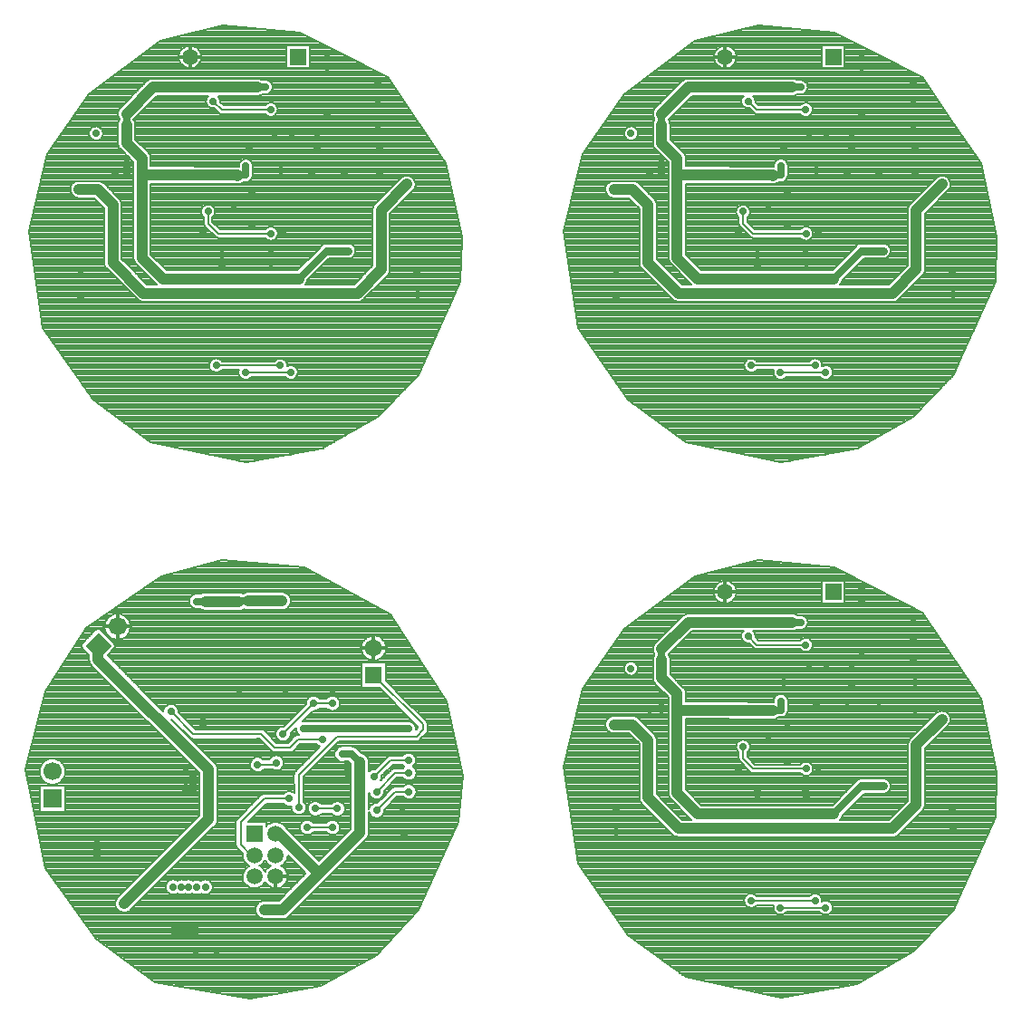
<source format=gbl>
G04 DipTrace 2.4.0.2*
%INBottom.gbl*%
%MOMM*%
%ADD14C,1.0*%
%ADD15C,0.7*%
%ADD16C,0.2*%
%ADD20C,0.178*%
%ADD21C,0.8*%
%ADD23C,0.33*%
%ADD32C,1.6*%
%ADD33R,1.6X1.6*%
%ADD35R,1.5X1.5*%
%ADD36C,1.5*%
%ADD37C,1.7*%
%ADD39R,1.7X1.7*%
%FSLAX53Y53*%
G04*
G71*
G90*
G75*
G01*
%LNBottom*%
%LPD*%
X20450Y41400D2*
D15*
X21300D1*
D14*
X24350D1*
D15*
X24400Y41450D1*
X25300D1*
D14*
X28400D1*
D15*
X28450Y41500D1*
X26800Y12600D2*
D14*
X28500D1*
X31863Y15963D1*
X35700Y19800D1*
Y26361D1*
D15*
X34898Y27163D1*
X27850Y19700D2*
D14*
X28125D1*
X31863Y15963D1*
X34898Y27163D2*
D15*
X34098D1*
X34048Y27113D1*
X11262Y37254D2*
D14*
Y35988D1*
X21550Y25700D1*
Y21050D1*
X13700Y13200D1*
X26151Y26162D2*
D20*
X27739D1*
X27897Y26321D1*
X63898Y35131D2*
D14*
Y35925D1*
D15*
Y36948D1*
D14*
X66400Y39450D1*
X76100D1*
D15*
X76900D1*
X63900Y34350D2*
D14*
Y35131D1*
D20*
X63898D1*
X63900Y34350D2*
D15*
Y34250D1*
D14*
X65350Y32800D1*
Y31248D1*
Y23500D1*
X67300Y21550D1*
X80000D1*
D15*
X82600Y24150D1*
D21*
X84600D1*
X75050Y31250D2*
D15*
Y32100D1*
Y31250D2*
X74350D1*
X74300Y31200D1*
X65350Y31248D2*
D14*
X74300Y31200D1*
X63898Y85131D2*
Y85925D1*
D15*
Y86948D1*
D14*
X66400Y89450D1*
X76100D1*
D15*
X76900D1*
X63900Y84350D2*
D14*
Y85131D1*
D20*
X63898D1*
X63900Y84350D2*
D15*
Y84250D1*
D14*
X65350Y82800D1*
Y81248D1*
Y73500D1*
X67300Y71550D1*
X80000D1*
D15*
X82600Y74150D1*
D21*
X84600D1*
X75050Y81250D2*
D15*
Y82100D1*
Y81250D2*
X74350D1*
X74300Y81200D1*
X65350Y81248D2*
D14*
X74300D1*
Y81200D1*
X13898Y85131D2*
Y85925D1*
D15*
Y86948D1*
D14*
X16400Y89450D1*
X26100D1*
D15*
X26900D1*
X13900Y84350D2*
D14*
Y85131D1*
D20*
X13898D1*
X13900Y84350D2*
D15*
Y84250D1*
D14*
X15350Y82800D1*
Y81248D1*
Y73500D1*
X17300Y71550D1*
X30000D1*
D15*
X32600Y74150D1*
D21*
X34600D1*
X25050Y81250D2*
D15*
Y82100D1*
Y81250D2*
X24350D1*
X24300Y81200D1*
X15350Y81248D2*
D14*
X24300D1*
Y81200D1*
X72271Y13450D2*
D20*
X78250D1*
X72271Y63450D2*
X78250D1*
X22271D2*
X28250D1*
X59452Y29892D2*
D14*
X61199D1*
X62628Y28463D1*
Y23065D1*
X65493Y20200D1*
X76000D1*
X85483D1*
X87713Y22430D1*
Y27987D1*
X90094Y30368D1*
X59452Y79892D2*
X61199D1*
X62628Y78463D1*
Y73065D1*
X65493Y70200D1*
X76000D1*
X85483D1*
X87713Y72430D1*
Y77987D1*
X90094Y80368D1*
X9452Y79892D2*
X11199D1*
X12628Y78463D1*
Y73065D1*
X15493Y70200D1*
X26000D1*
X35483D1*
X37713Y72430D1*
Y77987D1*
X40094Y80368D1*
X30000Y22150D2*
D20*
Y25200D1*
X33600Y28800D1*
X41000D1*
X41600Y29400D1*
Y29910D1*
X37000Y34510D1*
X77368Y37354D2*
X72789D1*
X71995Y38148D1*
X77368Y87354D2*
X72789D1*
X71995Y88148D1*
X27368Y87354D2*
X22789D1*
X21995Y88148D1*
X71519Y27828D2*
Y26717D1*
X72471Y25764D1*
X77393D1*
X71519Y77828D2*
Y76717D1*
X72471Y75764D1*
X77393D1*
X21519Y77828D2*
Y76717D1*
X22471Y75764D1*
X27393D1*
X79250Y12800D2*
X75012D1*
X79250Y62800D2*
X75012D1*
X29250D2*
X25012D1*
X30461Y29500D2*
D15*
X40250D1*
X28532Y29020D2*
D20*
X31390Y31878D1*
X33137D2*
X31390D1*
X32250Y28500D2*
X29950D1*
X29200Y27750D1*
X27750D1*
X26500Y29000D1*
X20150D1*
X18050Y31100D1*
X40248Y26563D2*
X38598D1*
X37048Y25013D1*
X40281Y25368D2*
X39011D1*
X37265Y23622D1*
X33613Y22034D2*
X31549D1*
X40281Y23622D2*
X39011D1*
X37265Y21875D1*
X33137Y20288D2*
X30804D1*
X25850Y17700D2*
X25563D1*
X24563Y18700D1*
Y20764D1*
X26786Y22987D1*
X29122D1*
X29098Y22963D1*
D15*
X26800Y12600D3*
X13700Y13200D3*
D3*
X26151Y26162D3*
X27897Y26321D3*
X84600Y24150D3*
Y74150D3*
X34600D3*
X78250Y13450D3*
X72271D3*
X78250Y63450D3*
X72271D3*
X28250D3*
X22271D3*
X59452Y29892D3*
X90094Y30368D3*
X76000Y20200D3*
X59452Y79892D3*
X90094Y80368D3*
X76000Y70200D3*
X9452Y79892D3*
X40094Y80368D3*
X26000Y70200D3*
X30000Y22150D3*
X77368Y37354D3*
X71995Y38148D3*
X77368Y87354D3*
X71995Y88148D3*
X27368Y87354D3*
X21995Y88148D3*
X71519Y27828D3*
X77393Y25764D3*
X71519Y77828D3*
X77393Y75764D3*
X21519Y77828D3*
X27393Y75764D3*
X79250Y12800D3*
X75012D3*
X79250Y62800D3*
X75012D3*
X29250D3*
X25012D3*
X30461Y29500D3*
X40250D3*
D3*
X28532Y29020D3*
X31390Y31878D3*
X33137D3*
X32250Y28500D3*
X18050Y31100D3*
X40248Y26563D3*
X37048Y25013D3*
X40281Y25368D3*
X37265Y23622D3*
X33613Y22034D3*
X31549D3*
D3*
X40281Y23622D3*
X37265Y21875D3*
X33137Y20288D3*
X30804D3*
X29098Y22963D3*
X19417Y25423D3*
Y24629D3*
Y23835D3*
X20150Y23800D3*
X21072Y30595D3*
Y29801D3*
X24441Y33135D3*
X28728D3*
X33173D3*
X20150Y24450D3*
Y25150D3*
X11105Y19163D3*
Y18370D3*
Y17576D3*
X34566Y26162D3*
Y25527D3*
Y24892D3*
X34898Y27163D3*
X34048Y27113D3*
X21266Y14718D3*
X20450Y14700D3*
X19678Y14718D3*
X19043D3*
X18249D3*
X18408Y10431D3*
X19043D3*
X19678D3*
X20313D3*
Y11066D3*
X19678D3*
X19043D3*
X18408D3*
X63898Y35925D3*
Y85925D3*
X13898D3*
X63898Y35131D3*
Y85131D3*
X13898D3*
X63900Y34350D3*
Y84350D3*
X13900D3*
X61040Y35131D3*
Y85131D3*
X11040D3*
X63898Y32750D3*
Y82750D3*
X13898D3*
X63898Y31956D3*
Y81956D3*
X13898D3*
X63898Y31321D3*
Y81321D3*
X13898D3*
X62787Y31321D3*
Y81321D3*
X12787D3*
X76900Y39450D3*
Y89450D3*
X26900D3*
X76100Y39450D3*
Y89450D3*
X26100D3*
X77711Y35131D3*
Y85131D3*
X27711D3*
X79298Y35131D3*
Y85131D3*
X29298D3*
X75329Y33861D3*
Y83861D3*
X25329D3*
X75050Y32100D3*
Y82100D3*
X25050D3*
X75050Y31250D3*
Y81250D3*
X25050D3*
X74300Y31200D3*
Y81200D3*
X24300D3*
X77400Y23000D3*
Y73000D3*
X27400D3*
X77350Y23850D3*
Y73850D3*
X27350D3*
X75647Y26399D3*
Y76399D3*
X25647D3*
X78500Y25900D3*
X83650Y24150D3*
X82750D3*
X78500Y75900D3*
X83650Y74150D3*
X82750D3*
X28500Y75900D3*
X33650Y74150D3*
X32750D3*
X72850Y23800D3*
Y73800D3*
X22850D3*
X72850Y22900D3*
Y72900D3*
X22850D3*
X75647Y29575D3*
Y79575D3*
X25647D3*
X73900Y28463D3*
Y78463D3*
X23900D3*
X71042Y25764D3*
Y75764D3*
X21042D3*
X78346Y31639D3*
Y81639D3*
X28346D3*
X81203Y31480D3*
Y81480D3*
X31203D3*
X84220Y31480D3*
Y81480D3*
X34220D3*
X87554Y31321D3*
Y81321D3*
X37554D3*
X87554Y33861D3*
Y83861D3*
X37554D3*
X87395Y35925D3*
Y85925D3*
X37395D3*
X87395Y37830D3*
Y87830D3*
X37395D3*
X87395Y39894D3*
Y89894D3*
X37395D3*
X81680Y33703D3*
Y83703D3*
X31680Y83702D3*
X81680Y35131D3*
Y85131D3*
X31680D3*
X82632Y36719D3*
Y86719D3*
X32632D3*
X82632Y41323D3*
Y91323D3*
X32632D3*
X82632Y42593D3*
Y92593D3*
X32632D3*
X39683Y21704D3*
X39842Y19640D3*
X59611Y21954D3*
Y71954D3*
X9611D3*
X59611Y19890D3*
Y69890D3*
X9611D3*
X20350Y8800D3*
X22350D3*
X91050Y22050D3*
Y72050D3*
X41050D3*
X91150Y20050D3*
Y70050D3*
X41150D3*
X20450Y41400D3*
X24400Y41450D3*
X28450Y41500D3*
X22153Y45053D2*
D16*
X25157D1*
X21422Y44857D2*
X27485D1*
X20693Y44660D2*
X29816D1*
X19962Y44463D2*
X30753D1*
X19234Y44267D2*
X31110D1*
X18506Y44070D2*
X31469D1*
X17775Y43873D2*
X31828D1*
X17115Y43677D2*
X32185D1*
X16828Y43480D2*
X32544D1*
X16537Y43283D2*
X32900D1*
X16250Y43087D2*
X33260D1*
X15959Y42890D2*
X33616D1*
X15672Y42693D2*
X33975D1*
X15384Y42497D2*
X34332D1*
X15093Y42300D2*
X25138D1*
X28562D2*
X34691D1*
X14806Y42103D2*
X20322D1*
X28981D2*
X35050D1*
X14515Y41907D2*
X19932D1*
X29150D2*
X35407D1*
X14228Y41710D2*
X19791D1*
X29240D2*
X35766D1*
X13937Y41513D2*
X19728D1*
X29278D2*
X36122D1*
X13650Y41317D2*
X19722D1*
X29272D2*
X36482D1*
X13362Y41120D2*
X19775D1*
X29215D2*
X36838D1*
X13072Y40923D2*
X19900D1*
X29103D2*
X37197D1*
X12784Y40727D2*
X20200D1*
X28887D2*
X37553D1*
X12493Y40530D2*
X37913D1*
X12206Y40333D2*
X38272D1*
X11915Y40137D2*
X12503D1*
X13615D2*
X38585D1*
X11628Y39940D2*
X12216D1*
X13900D2*
X38713D1*
X11340Y39743D2*
X12044D1*
X14072D2*
X38841D1*
X11050Y39547D2*
X11935D1*
X14184D2*
X38969D1*
X10762Y39350D2*
X11866D1*
X14253D2*
X39097D1*
X10472Y39153D2*
X11832D1*
X14287D2*
X39225D1*
X10184Y38957D2*
X11832D1*
X14287D2*
X39350D1*
X10034Y38760D2*
X11047D1*
X11478D2*
X11863D1*
X14256D2*
X39478D1*
X9909Y38563D2*
X10838D1*
X11687D2*
X11928D1*
X14187D2*
X39607D1*
X9781Y38367D2*
X10641D1*
X11884D2*
X12038D1*
X14078D2*
X39735D1*
X9656Y38170D2*
X10444D1*
X12081D2*
X12203D1*
X13912D2*
X36672D1*
X37328D2*
X39863D1*
X9531Y37973D2*
X10247D1*
X12278D2*
X12482D1*
X13634D2*
X36275D1*
X37725D2*
X39991D1*
X9403Y37777D2*
X10050D1*
X12475D2*
X36072D1*
X37928D2*
X40119D1*
X9278Y37580D2*
X9857D1*
X12668D2*
X35947D1*
X38053D2*
X40247D1*
X9150Y37383D2*
X9703D1*
X12822D2*
X35866D1*
X38134D2*
X40375D1*
X9025Y37187D2*
X9685D1*
X12840D2*
X35825D1*
X38175D2*
X40503D1*
X8900Y36990D2*
X9794D1*
X12731D2*
X35819D1*
X38181D2*
X40632D1*
X8772Y36793D2*
X9991D1*
X12534D2*
X35847D1*
X38153D2*
X40760D1*
X8647Y36597D2*
X10185D1*
X12340D2*
X35910D1*
X38090D2*
X40888D1*
X8522Y36400D2*
X10382D1*
X12143D2*
X36016D1*
X37984D2*
X41016D1*
X8393Y36203D2*
X10382D1*
X12284D2*
X36185D1*
X37815D2*
X41141D1*
X8268Y36007D2*
X10382D1*
X12481D2*
X36469D1*
X37531D2*
X41269D1*
X8140Y35810D2*
X10400D1*
X12678D2*
X41397D1*
X8015Y35613D2*
X10466D1*
X12875D2*
X35819D1*
X38181D2*
X41525D1*
X7890Y35417D2*
X10597D1*
X13072D2*
X35819D1*
X38181D2*
X41653D1*
X7762Y35220D2*
X10791D1*
X13268D2*
X35819D1*
X38181D2*
X41782D1*
X7637Y35023D2*
X10988D1*
X13465D2*
X35819D1*
X38181D2*
X41910D1*
X7509Y34827D2*
X11185D1*
X13662D2*
X35819D1*
X38181D2*
X42038D1*
X7384Y34630D2*
X11382D1*
X13859D2*
X35819D1*
X38181D2*
X42166D1*
X7259Y34433D2*
X11578D1*
X14056D2*
X35819D1*
X38181D2*
X42294D1*
X7131Y34237D2*
X11775D1*
X14253D2*
X35819D1*
X38181D2*
X42422D1*
X7006Y34040D2*
X11972D1*
X14450D2*
X35819D1*
X38181D2*
X42550D1*
X6881Y33843D2*
X12169D1*
X14647D2*
X35819D1*
X38325D2*
X42678D1*
X6753Y33647D2*
X12366D1*
X14843D2*
X35819D1*
X38522D2*
X42803D1*
X6628Y33450D2*
X12563D1*
X15037D2*
X35819D1*
X38718D2*
X42932D1*
X6500Y33253D2*
X12757D1*
X15234D2*
X37600D1*
X38915D2*
X43060D1*
X6375Y33057D2*
X12953D1*
X15431D2*
X37797D1*
X39109D2*
X43188D1*
X6287Y32860D2*
X13150D1*
X15628D2*
X37994D1*
X39306D2*
X43316D1*
X6237Y32663D2*
X13347D1*
X15825D2*
X38191D1*
X39503D2*
X43444D1*
X6187Y32467D2*
X13544D1*
X16022D2*
X30972D1*
X31809D2*
X32716D1*
X33556D2*
X38385D1*
X39700D2*
X43572D1*
X6137Y32270D2*
X13741D1*
X16218D2*
X30775D1*
X33750D2*
X38582D1*
X39897D2*
X43700D1*
X6087Y32073D2*
X13938D1*
X16415D2*
X30685D1*
X33840D2*
X38778D1*
X40093D2*
X43828D1*
X6037Y31877D2*
X14135D1*
X16612D2*
X30660D1*
X33868D2*
X38975D1*
X40290D2*
X43875D1*
X5987Y31680D2*
X14332D1*
X16809D2*
X17619D1*
X18481D2*
X30535D1*
X33840D2*
X39172D1*
X40487D2*
X43919D1*
X5937Y31483D2*
X14528D1*
X17006D2*
X17432D1*
X18668D2*
X30338D1*
X33750D2*
X39369D1*
X40684D2*
X43960D1*
X5887Y31287D2*
X14725D1*
X17203D2*
X17344D1*
X18756D2*
X30141D1*
X31806D2*
X32719D1*
X33553D2*
X39566D1*
X40881D2*
X44003D1*
X5840Y31090D2*
X14922D1*
X18781D2*
X29944D1*
X31259D2*
X39763D1*
X41078D2*
X44044D1*
X5790Y30893D2*
X15119D1*
X18915D2*
X29750D1*
X31062D2*
X39960D1*
X41275D2*
X44088D1*
X5740Y30697D2*
X15316D1*
X19109D2*
X29553D1*
X30865D2*
X40157D1*
X41472D2*
X44128D1*
X5690Y30500D2*
X15513D1*
X19306D2*
X29357D1*
X30668D2*
X40353D1*
X41668D2*
X44169D1*
X5640Y30303D2*
X15707D1*
X19503D2*
X29160D1*
X30475D2*
X40550D1*
X41865D2*
X44213D1*
X5590Y30107D2*
X15903D1*
X19700D2*
X28963D1*
X40643D2*
X40747D1*
X42025D2*
X44253D1*
X5540Y29910D2*
X16100D1*
X19897D2*
X28766D1*
X40853D2*
X40944D1*
X42072D2*
X44297D1*
X5490Y29713D2*
X16297D1*
X20093D2*
X28353D1*
X40950D2*
X41128D1*
X42072D2*
X44338D1*
X5440Y29517D2*
X16494D1*
X20290D2*
X28003D1*
X40981D2*
X41062D1*
X42072D2*
X44382D1*
X5390Y29320D2*
X16691D1*
X26837D2*
X27866D1*
X29490D2*
X29753D1*
X42062D2*
X44422D1*
X5340Y29123D2*
X16888D1*
X27034D2*
X27810D1*
X29293D2*
X29838D1*
X41975D2*
X44466D1*
X5290Y28927D2*
X17085D1*
X27231D2*
X27807D1*
X29259D2*
X29785D1*
X41784D2*
X44507D1*
X5240Y28730D2*
X17282D1*
X27428D2*
X27863D1*
X29203D2*
X29522D1*
X41587D2*
X44550D1*
X5190Y28533D2*
X17478D1*
X19956D2*
X26310D1*
X27625D2*
X27994D1*
X29072D2*
X29325D1*
X41390D2*
X44591D1*
X5140Y28337D2*
X17675D1*
X20153D2*
X26507D1*
X27822D2*
X28313D1*
X28753D2*
X29128D1*
X33793D2*
X44635D1*
X5090Y28140D2*
X17872D1*
X20350D2*
X26703D1*
X33597D2*
X44675D1*
X5040Y27943D2*
X18069D1*
X20547D2*
X26900D1*
X30050D2*
X31788D1*
X33400D2*
X44719D1*
X4990Y27747D2*
X18266D1*
X20743D2*
X27097D1*
X29853D2*
X31891D1*
X33203D2*
X33672D1*
X35325D2*
X44760D1*
X4940Y27550D2*
X18463D1*
X20937D2*
X27294D1*
X29656D2*
X31694D1*
X33006D2*
X33466D1*
X35537D2*
X44803D1*
X4890Y27353D2*
X18657D1*
X21134D2*
X27516D1*
X29434D2*
X31497D1*
X32809D2*
X33360D1*
X35734D2*
X44844D1*
X4843Y27157D2*
X18853D1*
X21331D2*
X31300D1*
X32615D2*
X33319D1*
X36050D2*
X39835D1*
X40659D2*
X44888D1*
X4793Y26960D2*
X19050D1*
X21528D2*
X27566D1*
X28231D2*
X31103D1*
X32418D2*
X33335D1*
X36340D2*
X38366D1*
X40859D2*
X44928D1*
X4743Y26763D2*
X19247D1*
X21725D2*
X25750D1*
X26553D2*
X27319D1*
X28475D2*
X30907D1*
X32222D2*
X33410D1*
X36481D2*
X38141D1*
X40950D2*
X44972D1*
X4693Y26567D2*
X6369D1*
X7581D2*
X19444D1*
X21922D2*
X25544D1*
X28584D2*
X30710D1*
X32025D2*
X33572D1*
X36556D2*
X37944D1*
X40981D2*
X45013D1*
X4643Y26370D2*
X6107D1*
X7847D2*
X19641D1*
X22118D2*
X25450D1*
X28628D2*
X30513D1*
X31828D2*
X34666D1*
X36581D2*
X37747D1*
X40953D2*
X45057D1*
X4593Y26173D2*
X5944D1*
X8009D2*
X19838D1*
X22290D2*
X25419D1*
X28612D2*
X30316D1*
X31631D2*
X34819D1*
X36581D2*
X37550D1*
X40865D2*
X45097D1*
X4543Y25977D2*
X5841D1*
X8112D2*
X20035D1*
X22387D2*
X25444D1*
X28540D2*
X30119D1*
X31434D2*
X34819D1*
X36581D2*
X37353D1*
X38668D2*
X39825D1*
X40672D2*
X45141D1*
X4493Y25780D2*
X5775D1*
X8178D2*
X20232D1*
X22428D2*
X25532D1*
X28381D2*
X29922D1*
X31237D2*
X34819D1*
X36581D2*
X37160D1*
X38472D2*
X38810D1*
X40881D2*
X45182D1*
X4493Y25583D2*
X5747D1*
X8206D2*
X20428D1*
X22431D2*
X25716D1*
X26584D2*
X29725D1*
X31040D2*
X34819D1*
X38275D2*
X38569D1*
X40981D2*
X45225D1*
X4534Y25387D2*
X5750D1*
X8203D2*
X20625D1*
X22431D2*
X29569D1*
X30843D2*
X34819D1*
X38078D2*
X38372D1*
X41012D2*
X45266D1*
X4575Y25190D2*
X5788D1*
X8165D2*
X20669D1*
X22431D2*
X29528D1*
X30647D2*
X34819D1*
X37884D2*
X38175D1*
X40990D2*
X45310D1*
X4612Y24993D2*
X5860D1*
X8093D2*
X20669D1*
X22431D2*
X29528D1*
X30472D2*
X34819D1*
X37781D2*
X37978D1*
X40906D2*
X45319D1*
X4653Y24797D2*
X5975D1*
X7978D2*
X20669D1*
X22431D2*
X29528D1*
X30472D2*
X34819D1*
X39097D2*
X39838D1*
X40725D2*
X45297D1*
X4690Y24600D2*
X6153D1*
X7800D2*
X20669D1*
X22431D2*
X29528D1*
X30472D2*
X34819D1*
X38900D2*
X45278D1*
X4731Y24403D2*
X6453D1*
X7497D2*
X20669D1*
X22431D2*
X29528D1*
X30472D2*
X34819D1*
X38703D2*
X45257D1*
X4772Y24207D2*
X20669D1*
X22431D2*
X29528D1*
X30472D2*
X34819D1*
X38506D2*
X39857D1*
X40706D2*
X45235D1*
X4809Y24010D2*
X5744D1*
X8209D2*
X20669D1*
X22431D2*
X29528D1*
X30472D2*
X34819D1*
X38309D2*
X38763D1*
X40897D2*
X45216D1*
X4850Y23813D2*
X5744D1*
X8209D2*
X20669D1*
X22431D2*
X29528D1*
X30472D2*
X34819D1*
X38112D2*
X38544D1*
X40987D2*
X45194D1*
X4887Y23617D2*
X5744D1*
X8209D2*
X20669D1*
X22431D2*
X28797D1*
X29400D2*
X29527D1*
X30472D2*
X34819D1*
X37997D2*
X38350D1*
X41012D2*
X45175D1*
X4928Y23420D2*
X5744D1*
X8209D2*
X20669D1*
X22431D2*
X26641D1*
X30472D2*
X34819D1*
X37968D2*
X38153D1*
X40984D2*
X45153D1*
X4968Y23223D2*
X5744D1*
X8209D2*
X20669D1*
X22431D2*
X26366D1*
X30472D2*
X34819D1*
X36581D2*
X36656D1*
X37875D2*
X37954D1*
X40890D2*
X45132D1*
X5006Y23027D2*
X5744D1*
X8209D2*
X20669D1*
X22431D2*
X26169D1*
X30472D2*
X34819D1*
X36581D2*
X36853D1*
X37675D2*
X37760D1*
X39075D2*
X39872D1*
X40690D2*
X45113D1*
X5047Y22830D2*
X5744D1*
X8209D2*
X20669D1*
X22431D2*
X25972D1*
X30472D2*
X34819D1*
X36581D2*
X37563D1*
X38878D2*
X45091D1*
X5084Y22633D2*
X5744D1*
X8209D2*
X20669D1*
X22431D2*
X25775D1*
X30543D2*
X31144D1*
X31953D2*
X33210D1*
X34018D2*
X34819D1*
X36581D2*
X37366D1*
X38681D2*
X45072D1*
X5125Y22437D2*
X5744D1*
X8209D2*
X20669D1*
X22431D2*
X25578D1*
X26893D2*
X28600D1*
X30672D2*
X30941D1*
X34218D2*
X34819D1*
X36581D2*
X36807D1*
X38484D2*
X45050D1*
X5162Y22240D2*
X5744D1*
X8209D2*
X20669D1*
X22431D2*
X25382D1*
X26697D2*
X29275D1*
X30725D2*
X30847D1*
X34315D2*
X34819D1*
X38287D2*
X45032D1*
X5203Y22043D2*
X5744D1*
X8209D2*
X20669D1*
X22431D2*
X25185D1*
X26500D2*
X29275D1*
X30725D2*
X30819D1*
X34343D2*
X34819D1*
X38090D2*
X45010D1*
X5243Y21847D2*
X5744D1*
X8209D2*
X20669D1*
X22431D2*
X24988D1*
X26303D2*
X29335D1*
X30665D2*
X30841D1*
X34318D2*
X34819D1*
X37997D2*
X44988D1*
X5281Y21650D2*
X20669D1*
X22431D2*
X24791D1*
X26106D2*
X29472D1*
X30528D2*
X30928D1*
X34231D2*
X34819D1*
X37959D2*
X44969D1*
X5322Y21453D2*
X20669D1*
X22431D2*
X24594D1*
X25909D2*
X29835D1*
X30165D2*
X31119D1*
X31981D2*
X33182D1*
X34043D2*
X34819D1*
X36581D2*
X36674D1*
X37859D2*
X44947D1*
X5359Y21257D2*
X20519D1*
X22431D2*
X24400D1*
X25712D2*
X34819D1*
X36581D2*
X36894D1*
X37637D2*
X44928D1*
X5400Y21060D2*
X20322D1*
X22431D2*
X24203D1*
X25515D2*
X34819D1*
X36581D2*
X44907D1*
X5440Y20863D2*
X20125D1*
X22412D2*
X24103D1*
X25318D2*
X30366D1*
X31243D2*
X32697D1*
X33575D2*
X34819D1*
X36581D2*
X44885D1*
X5478Y20667D2*
X19928D1*
X22340D2*
X24094D1*
X26981D2*
X27282D1*
X28418D2*
X30182D1*
X33759D2*
X34819D1*
X36581D2*
X44810D1*
X5518Y20470D2*
X19732D1*
X22206D2*
X24094D1*
X28672D2*
X30097D1*
X33843D2*
X34819D1*
X36581D2*
X44722D1*
X5556Y20273D2*
X19535D1*
X22012D2*
X24094D1*
X28822D2*
X30072D1*
X33868D2*
X34819D1*
X36581D2*
X44635D1*
X5597Y20077D2*
X19338D1*
X21815D2*
X24094D1*
X28987D2*
X30103D1*
X33837D2*
X34738D1*
X36581D2*
X44547D1*
X5637Y19880D2*
X19141D1*
X21618D2*
X24094D1*
X29184D2*
X30200D1*
X33740D2*
X34541D1*
X36581D2*
X44457D1*
X5675Y19683D2*
X18944D1*
X21422D2*
X24094D1*
X29381D2*
X30410D1*
X31200D2*
X32741D1*
X33534D2*
X34344D1*
X36575D2*
X44369D1*
X5715Y19487D2*
X18747D1*
X21225D2*
X24094D1*
X29578D2*
X34147D1*
X36522D2*
X44282D1*
X5753Y19290D2*
X18550D1*
X21028D2*
X24094D1*
X29775D2*
X33950D1*
X36415D2*
X44194D1*
X5793Y19093D2*
X18353D1*
X20831D2*
X24094D1*
X29972D2*
X33753D1*
X36231D2*
X44103D1*
X5831Y18897D2*
X18157D1*
X20634D2*
X24094D1*
X30168D2*
X33557D1*
X36034D2*
X44016D1*
X5872Y18700D2*
X17963D1*
X20437D2*
X24094D1*
X30365D2*
X33363D1*
X35837D2*
X43928D1*
X5912Y18503D2*
X17766D1*
X20243D2*
X24138D1*
X30562D2*
X33166D1*
X35643D2*
X43841D1*
X5950Y18307D2*
X17569D1*
X20047D2*
X24300D1*
X30756D2*
X32969D1*
X35447D2*
X43753D1*
X5990Y18110D2*
X17372D1*
X19850D2*
X24497D1*
X30953D2*
X32772D1*
X35250D2*
X43663D1*
X6028Y17913D2*
X17175D1*
X19653D2*
X24694D1*
X31150D2*
X32575D1*
X35053D2*
X43575D1*
X6068Y17717D2*
X16978D1*
X19456D2*
X24719D1*
X31347D2*
X32378D1*
X34856D2*
X43488D1*
X6109Y17520D2*
X16782D1*
X19259D2*
X24732D1*
X28968D2*
X29066D1*
X31543D2*
X32182D1*
X34659D2*
X43400D1*
X6147Y17323D2*
X16585D1*
X19062D2*
X24785D1*
X28915D2*
X29263D1*
X31740D2*
X31985D1*
X34462D2*
X43310D1*
X6187Y17127D2*
X16388D1*
X18865D2*
X24878D1*
X28822D2*
X29460D1*
X34265D2*
X43222D1*
X6225Y16930D2*
X16191D1*
X18668D2*
X25028D1*
X26672D2*
X27028D1*
X28672D2*
X29657D1*
X34068D2*
X43135D1*
X6265Y16733D2*
X15994D1*
X18472D2*
X25282D1*
X26418D2*
X27282D1*
X28418D2*
X29853D1*
X33872D2*
X43047D1*
X6303Y16537D2*
X15797D1*
X18275D2*
X25097D1*
X26603D2*
X27097D1*
X28603D2*
X30050D1*
X33675D2*
X42960D1*
X6425Y16340D2*
X15600D1*
X18078D2*
X24922D1*
X26778D2*
X26921D1*
X28778D2*
X30247D1*
X33478D2*
X42869D1*
X6565Y16143D2*
X15403D1*
X17881D2*
X24810D1*
X28890D2*
X30444D1*
X33281D2*
X42782D1*
X6709Y15947D2*
X15207D1*
X17684D2*
X24747D1*
X28953D2*
X30607D1*
X33084D2*
X42694D1*
X6853Y15750D2*
X15013D1*
X17487D2*
X24719D1*
X28981D2*
X30413D1*
X32887D2*
X42607D1*
X6997Y15553D2*
X14816D1*
X17293D2*
X24728D1*
X28972D2*
X30216D1*
X32693D2*
X42516D1*
X7137Y15357D2*
X14619D1*
X17097D2*
X17916D1*
X18584D2*
X18710D1*
X20012D2*
X20157D1*
X20743D2*
X20932D1*
X21600D2*
X24772D1*
X28928D2*
X30019D1*
X32497D2*
X42428D1*
X7281Y15160D2*
X14422D1*
X16900D2*
X17672D1*
X21843D2*
X24860D1*
X28840D2*
X29822D1*
X32300D2*
X42341D1*
X7425Y14963D2*
X14225D1*
X16703D2*
X17563D1*
X21953D2*
X24997D1*
X26703D2*
X26997D1*
X28703D2*
X29625D1*
X32103D2*
X42253D1*
X7568Y14767D2*
X14028D1*
X16506D2*
X17519D1*
X21997D2*
X25225D1*
X26475D2*
X27225D1*
X28475D2*
X29428D1*
X31906D2*
X42166D1*
X7709Y14570D2*
X13832D1*
X16309D2*
X17535D1*
X21981D2*
X29232D1*
X31709D2*
X42075D1*
X7853Y14373D2*
X13635D1*
X16112D2*
X17607D1*
X21909D2*
X29035D1*
X31512D2*
X41988D1*
X7997Y14177D2*
X13438D1*
X15915D2*
X17766D1*
X21747D2*
X28838D1*
X31315D2*
X41900D1*
X8140Y13980D2*
X13241D1*
X15718D2*
X28641D1*
X31118D2*
X41813D1*
X8284Y13783D2*
X13047D1*
X15522D2*
X28444D1*
X30922D2*
X41722D1*
X8425Y13587D2*
X12910D1*
X15325D2*
X28247D1*
X30725D2*
X41635D1*
X8568Y13390D2*
X12841D1*
X15128D2*
X26435D1*
X30528D2*
X41547D1*
X8712Y13193D2*
X12819D1*
X14931D2*
X26157D1*
X30331D2*
X41460D1*
X8856Y12997D2*
X12844D1*
X14734D2*
X26016D1*
X30134D2*
X41372D1*
X8997Y12800D2*
X12916D1*
X14537D2*
X25941D1*
X29937D2*
X41282D1*
X9140Y12603D2*
X13060D1*
X14343D2*
X25919D1*
X29743D2*
X41194D1*
X9284Y12407D2*
X13344D1*
X14056D2*
X25941D1*
X29547D2*
X41010D1*
X9428Y12210D2*
X26013D1*
X29350D2*
X40828D1*
X9572Y12013D2*
X26150D1*
X29153D2*
X40644D1*
X9712Y11817D2*
X26422D1*
X28878D2*
X40463D1*
X9856Y11620D2*
X40278D1*
X10000Y11423D2*
X40097D1*
X10143Y11227D2*
X39913D1*
X10284Y11030D2*
X39732D1*
X10428Y10833D2*
X39547D1*
X10572Y10637D2*
X39366D1*
X10715Y10440D2*
X39182D1*
X10856Y10243D2*
X39000D1*
X11000Y10047D2*
X38816D1*
X11187Y9850D2*
X38635D1*
X11453Y9653D2*
X38450D1*
X11722Y9457D2*
X38269D1*
X11987Y9260D2*
X38085D1*
X12253Y9063D2*
X37903D1*
X12518Y8867D2*
X37719D1*
X12784Y8670D2*
X37538D1*
X13053Y8473D2*
X37353D1*
X13318Y8277D2*
X37078D1*
X13584Y8080D2*
X36719D1*
X13850Y7883D2*
X36360D1*
X14115Y7687D2*
X36000D1*
X14381Y7490D2*
X35641D1*
X14650Y7293D2*
X35282D1*
X14915Y7097D2*
X34922D1*
X15181Y6900D2*
X34563D1*
X15447Y6703D2*
X34203D1*
X15712Y6507D2*
X33844D1*
X15981Y6310D2*
X33485D1*
X16247Y6113D2*
X33125D1*
X16512Y5917D2*
X32766D1*
X17325Y5720D2*
X32407D1*
X18453Y5523D2*
X32047D1*
X19581Y5327D2*
X31069D1*
X20712Y5130D2*
X29985D1*
X21840Y4933D2*
X28903D1*
X22972Y4737D2*
X27822D1*
X24100Y4540D2*
X26741D1*
X25228Y4343D2*
X25660D1*
X38162Y37030D2*
X38148Y36871D1*
X38113Y36715D1*
X38056Y36565D1*
X37980Y36425D1*
X37884Y36296D1*
X37773Y36182D1*
X37646Y36084D1*
X37508Y36005D1*
X37359Y35945D1*
X37204Y35906D1*
X37045Y35889D1*
X36885Y35894D1*
X36728Y35920D1*
X36575Y35968D1*
X36431Y36037D1*
X36297Y36125D1*
X36177Y36230D1*
X36072Y36351D1*
X35985Y36485D1*
X35917Y36629D1*
X35869Y36782D1*
X35843Y36940D1*
X35839Y37099D1*
X35857Y37258D1*
X35896Y37413D1*
X35957Y37561D1*
X36037Y37700D1*
X36135Y37826D1*
X36250Y37937D1*
X36378Y38032D1*
X36519Y38108D1*
X36669Y38164D1*
X36825Y38199D1*
X36984Y38212D1*
X37144Y38203D1*
X37301Y38172D1*
X37452Y38120D1*
X37595Y38048D1*
X37726Y37957D1*
X37844Y37849D1*
X37945Y37726D1*
X38029Y37590D1*
X38093Y37443D1*
X38137Y37289D1*
X38159Y37131D1*
X38162Y37030D1*
X35938Y35672D2*
X38162D1*
Y33988D1*
X39794Y32354D1*
X41919Y30229D1*
X41981Y30151D1*
X42025Y30061D1*
X42051Y29927D1*
Y29400D1*
X42040Y29301D1*
X42007Y29207D1*
X41930Y29093D1*
X41319Y28481D1*
X41241Y28419D1*
X41151Y28375D1*
X41017Y28349D1*
X33784D1*
X32929Y27491D1*
X30452Y25014D1*
X30451Y22703D1*
X30560Y22589D1*
X30616Y22507D1*
X30660Y22417D1*
X30691Y22322D1*
X30708Y22224D1*
X30712Y22150D1*
X30705Y22050D1*
X30684Y21953D1*
X30650Y21859D1*
X30603Y21771D1*
X30544Y21690D1*
X30474Y21619D1*
X30395Y21557D1*
X30308Y21508D1*
X30215Y21471D1*
X30118Y21448D1*
X30018Y21438D1*
X29919Y21443D1*
X29820Y21461D1*
X29726Y21493D1*
X29636Y21538D1*
X29554Y21595D1*
X29481Y21663D1*
X29418Y21740D1*
X29366Y21826D1*
X29327Y21918D1*
X29301Y22014D1*
X29289Y22113D1*
X29291Y22213D1*
X29301Y22278D1*
X29117Y22251D1*
X29017Y22255D1*
X28919Y22274D1*
X28824Y22306D1*
X28735Y22351D1*
X28653Y22408D1*
X28579Y22475D1*
X28530Y22536D1*
X26975D1*
X26256Y21819D1*
X25246Y20809D1*
X26238Y20812D1*
X26962D1*
Y20371D1*
X27088Y20509D1*
X27245Y20633D1*
X27421Y20726D1*
X27612Y20786D1*
X27810Y20811D1*
X28009Y20801D1*
X28204Y20754D1*
X28386Y20674D1*
X28552Y20562D1*
X28695Y20423D1*
X28811Y20260D1*
X28841Y20202D1*
X31862Y17183D1*
X33799Y19118D1*
X34840Y20159D1*
X34838Y22600D1*
Y26216D1*
X34598Y26451D1*
X34308D1*
X34182Y26414D1*
X34042Y26401D1*
X33901Y26416D1*
X33767Y26459D1*
X33643Y26527D1*
X33536Y26619D1*
X33448Y26729D1*
X33384Y26855D1*
X33347Y26991D1*
X33337Y27132D1*
X33354Y27272D1*
X33399Y27406D1*
X33470Y27528D1*
X33545Y27616D1*
X33666Y27728D1*
X33786Y27803D1*
X33918Y27852D1*
X34058Y27874D1*
X34898Y27875D1*
X34998Y27868D1*
X35096Y27847D1*
X35190Y27813D1*
X35278Y27765D1*
X35402Y27666D1*
X35859Y27209D1*
X36037Y27155D1*
X36126Y27110D1*
X36210Y27056D1*
X36287Y26992D1*
X36356Y26920D1*
X36417Y26840D1*
X36467Y26754D1*
X36508Y26663D1*
X36537Y26567D1*
X36555Y26469D1*
X36562Y26261D1*
Y25533D1*
X36623Y25584D1*
X36708Y25638D1*
X36798Y25680D1*
X36894Y25708D1*
X36993Y25723D1*
X37121Y25720D1*
X37649Y26251D1*
X38279Y26882D1*
X38357Y26944D1*
X38447Y26988D1*
X38582Y27013D1*
X39695Y27014D1*
X39823Y27134D1*
X39908Y27188D1*
X39998Y27230D1*
X40094Y27258D1*
X40193Y27273D1*
X40293D1*
X40392Y27260D1*
X40488Y27233D1*
X40580Y27193D1*
X40665Y27140D1*
X40741Y27076D1*
X40809Y27002D1*
X40864Y26919D1*
X40908Y26830D1*
X40939Y26735D1*
X40956Y26636D1*
X40960Y26563D1*
X40953Y26463D1*
X40932Y26365D1*
X40898Y26272D1*
X40851Y26183D1*
X40792Y26103D1*
X40722Y26031D1*
X40650Y25976D1*
X40774Y25882D1*
X40841Y25808D1*
X40897Y25725D1*
X40941Y25635D1*
X40972Y25540D1*
X40989Y25442D1*
X40993Y25368D1*
X40986Y25269D1*
X40965Y25171D1*
X40931Y25077D1*
X40884Y24989D1*
X40825Y24908D1*
X40755Y24837D1*
X40676Y24776D1*
X40589Y24726D1*
X40496Y24689D1*
X40399Y24666D1*
X40300Y24656D1*
X40200Y24661D1*
X40102Y24679D1*
X40007Y24711D1*
X39918Y24756D1*
X39836Y24813D1*
X39733Y24917D1*
X39197D1*
X37971Y23690D1*
X37977Y23622D1*
X37970Y23522D1*
X37949Y23424D1*
X37914Y23331D1*
X37867Y23242D1*
X37808Y23162D1*
X37738Y23090D1*
X37659Y23029D1*
X37573Y22980D1*
X37480Y22943D1*
X37383Y22920D1*
X37283Y22910D1*
X37183Y22914D1*
X37085Y22933D1*
X36990Y22965D1*
X36901Y23010D1*
X36819Y23067D1*
X36746Y23134D1*
X36682Y23212D1*
X36631Y23297D1*
X36592Y23389D1*
X36562Y23520D1*
Y21989D1*
X36601Y22133D1*
X36643Y22223D1*
X36698Y22307D1*
X36764Y22382D1*
X36840Y22447D1*
X36924Y22501D1*
X37015Y22542D1*
X37111Y22570D1*
X37209Y22585D1*
X37337Y22582D1*
X37865Y23113D1*
X38692Y23941D1*
X38770Y24003D1*
X38860Y24047D1*
X38995Y24072D1*
X39733Y24073D1*
X39781Y24128D1*
X39856Y24193D1*
X39941Y24247D1*
X40031Y24288D1*
X40127Y24317D1*
X40226Y24332D1*
X40326D1*
X40425Y24319D1*
X40521Y24292D1*
X40613Y24252D1*
X40698Y24199D1*
X40774Y24135D1*
X40841Y24061D1*
X40897Y23978D1*
X40941Y23889D1*
X40972Y23794D1*
X40989Y23695D1*
X40993Y23622D1*
X40986Y23522D1*
X40965Y23424D1*
X40931Y23331D1*
X40884Y23242D1*
X40825Y23162D1*
X40755Y23090D1*
X40676Y23029D1*
X40589Y22980D1*
X40496Y22943D1*
X40399Y22920D1*
X40300Y22910D1*
X40200Y22914D1*
X40102Y22933D1*
X40007Y22965D1*
X39918Y23010D1*
X39836Y23067D1*
X39733Y23171D1*
X39197D1*
X37971Y21944D1*
X37977Y21875D1*
X37970Y21776D1*
X37949Y21678D1*
X37914Y21584D1*
X37867Y21496D1*
X37808Y21415D1*
X37738Y21344D1*
X37659Y21283D1*
X37573Y21233D1*
X37480Y21197D1*
X37383Y21173D1*
X37283Y21164D1*
X37183Y21168D1*
X37085Y21186D1*
X36990Y21218D1*
X36901Y21263D1*
X36819Y21320D1*
X36746Y21388D1*
X36682Y21465D1*
X36631Y21551D1*
X36592Y21643D1*
X36562Y21773D1*
Y19800D1*
X36556Y19700D1*
X36539Y19602D1*
X36510Y19506D1*
X36471Y19414D1*
X36421Y19328D1*
X36361Y19247D1*
X36239Y19120D1*
X29110Y11990D1*
X29035Y11924D1*
X28953Y11867D1*
X28865Y11819D1*
X28772Y11782D1*
X28676Y11756D1*
X28577Y11741D1*
X28400Y11738D1*
X26800D1*
X26700Y11744D1*
X26602Y11761D1*
X26506Y11790D1*
X26414Y11829D1*
X26328Y11879D1*
X26247Y11939D1*
X26174Y12007D1*
X26110Y12083D1*
X26055Y12167D1*
X26010Y12256D1*
X25975Y12350D1*
X25952Y12447D1*
X25940Y12546D1*
X25939Y12646D1*
X25950Y12745D1*
X25973Y12843D1*
X26006Y12937D1*
X26051Y13026D1*
X26105Y13110D1*
X26169Y13187D1*
X26241Y13256D1*
X26321Y13317D1*
X26407Y13367D1*
X26498Y13408D1*
X26594Y13437D1*
X26692Y13455D1*
X26900Y13462D1*
X28141D1*
X29517Y14836D1*
X30646Y15965D1*
X30405Y16202D1*
X28962Y17645D1*
X28944Y17501D1*
X28891Y17309D1*
X28804Y17129D1*
X28686Y16967D1*
X28542Y16829D1*
X28375Y16720D1*
X28333Y16699D1*
X28421Y16654D1*
X28536Y16575D1*
X28641Y16482D1*
X28733Y16376D1*
X28811Y16260D1*
X28873Y16135D1*
X28920Y16003D1*
X28950Y15866D1*
X28962Y15727D1*
X28956Y15580D1*
X28932Y15442D1*
X28891Y15309D1*
X28833Y15181D1*
X28760Y15062D1*
X28673Y14952D1*
X28573Y14855D1*
X28461Y14771D1*
X28339Y14701D1*
X28210Y14648D1*
X28075Y14611D1*
X27937Y14591D1*
X27797Y14589D1*
X27658Y14605D1*
X27522Y14638D1*
X27391Y14687D1*
X27267Y14753D1*
X27153Y14834D1*
X27050Y14928D1*
X26959Y15034D1*
X26883Y15152D1*
X26850Y15214D1*
X26749Y15045D1*
X26617Y14895D1*
X26461Y14771D1*
X26285Y14677D1*
X26095Y14615D1*
X25897Y14589D1*
X25697Y14599D1*
X25503Y14644D1*
X25319Y14723D1*
X25153Y14834D1*
X25009Y14972D1*
X24893Y15134D1*
X24807Y15315D1*
X24755Y15508D1*
X24738Y15707D1*
X24757Y15905D1*
X24811Y16098D1*
X24899Y16277D1*
X25018Y16438D1*
X25163Y16575D1*
X25331Y16683D1*
X25368Y16701D1*
X25234Y16774D1*
X25078Y16900D1*
X24947Y17051D1*
X24846Y17223D1*
X24776Y17410D1*
X24742Y17607D1*
X24743Y17806D1*
X24750Y17876D1*
X24244Y18381D1*
X24182Y18459D1*
X24139Y18549D1*
X24113Y18683D1*
X24112Y20764D1*
X24123Y20863D1*
X24156Y20957D1*
X24233Y21071D1*
X26467Y23306D1*
X26545Y23368D1*
X26635Y23412D1*
X26770Y23437D1*
X28570Y23438D1*
X28673Y23534D1*
X28758Y23588D1*
X28849Y23630D1*
X28944Y23658D1*
X29043Y23673D1*
X29143D1*
X29242Y23660D1*
X29338Y23633D1*
X29430Y23593D1*
X29551Y23510D1*
X29549Y25200D1*
X29560Y25299D1*
X29593Y25393D1*
X29670Y25507D1*
X31999Y27837D1*
X31886Y27888D1*
X31804Y27945D1*
X31701Y28049D1*
X30134D1*
X29519Y27431D1*
X29441Y27369D1*
X29351Y27325D1*
X29217Y27299D1*
X27750D1*
X27651Y27310D1*
X27556Y27343D1*
X27443Y27420D1*
X26311Y28552D1*
X25900Y28549D1*
X20150D1*
X20051Y28560D1*
X19957Y28593D1*
X19843Y28670D1*
X18119Y30394D1*
X18095Y30375D1*
X22160Y26310D1*
X22226Y26235D1*
X22283Y26153D1*
X22331Y26065D1*
X22368Y25972D1*
X22394Y25876D1*
X22409Y25777D1*
X22412Y25600D1*
Y21050D1*
X22406Y20950D1*
X22389Y20852D1*
X22360Y20756D1*
X22321Y20664D1*
X22271Y20578D1*
X22211Y20497D1*
X22089Y20370D1*
X14310Y12590D1*
X14235Y12524D1*
X14153Y12467D1*
X14065Y12419D1*
X13972Y12382D1*
X13876Y12356D1*
X13777Y12341D1*
X13677Y12338D1*
X13577Y12347D1*
X13479Y12367D1*
X13385Y12398D1*
X13294Y12440D1*
X13209Y12492D1*
X13130Y12553D1*
X13059Y12624D1*
X12996Y12702D1*
X12944Y12787D1*
X12901Y12877D1*
X12869Y12972D1*
X12848Y13069D1*
X12839Y13169D1*
X12841Y13269D1*
X12854Y13368D1*
X12880Y13465D1*
X12916Y13558D1*
X12962Y13646D1*
X13019Y13729D1*
X13161Y13880D1*
X20690Y21409D1*
X20688Y23250D1*
Y25341D1*
X19314Y26717D1*
X10653Y35378D1*
X10587Y35453D1*
X10529Y35535D1*
X10482Y35622D1*
X10445Y35715D1*
X10419Y35812D1*
X10404Y35911D1*
X10400Y36088D1*
Y36403D1*
X9804Y36998D1*
X9744Y37077D1*
X9708Y37170D1*
X9699Y37269D1*
X9717Y37367D1*
X9780Y37482D1*
X10582Y38288D1*
X11007Y38712D1*
X11086Y38772D1*
X11179Y38808D1*
X11278Y38818D1*
X11376Y38800D1*
X11491Y38737D1*
X12296Y37934D1*
X12721Y37510D1*
X12781Y37430D1*
X12817Y37337D1*
X12826Y37238D1*
X12808Y37140D1*
X12745Y37025D1*
X12126Y36403D1*
X12124Y36344D1*
X17341Y31128D1*
X17357Y31262D1*
X17386Y31357D1*
X17429Y31448D1*
X17483Y31531D1*
X17549Y31606D1*
X17625Y31671D1*
X17709Y31725D1*
X17800Y31767D1*
X17896Y31795D1*
X17995Y31810D1*
X18095Y31811D1*
X18194Y31797D1*
X18290Y31770D1*
X18381Y31730D1*
X18466Y31678D1*
X18543Y31614D1*
X18610Y31539D1*
X18666Y31457D1*
X18710Y31367D1*
X18741Y31272D1*
X18758Y31174D1*
X18757Y31028D1*
X20137Y29651D1*
X20338Y29450D1*
X26500Y29451D1*
X26599Y29440D1*
X26694Y29407D1*
X26807Y29330D1*
X27939Y28198D1*
X28350Y28201D1*
X29016D1*
X29631Y28819D1*
X29709Y28881D1*
X29799Y28925D1*
X29933Y28951D1*
X30009D1*
X29930Y29026D1*
X29869Y29105D1*
X29819Y29192D1*
X29783Y29285D1*
X29759Y29382D1*
X29750Y29482D1*
X29753Y29566D1*
X29729Y29579D1*
X29241Y29091D1*
X29244Y29020D1*
X29237Y28920D1*
X29217Y28822D1*
X29182Y28729D1*
X29135Y28641D1*
X29076Y28560D1*
X29006Y28488D1*
X28927Y28427D1*
X28840Y28378D1*
X28747Y28341D1*
X28650Y28318D1*
X28551Y28308D1*
X28451Y28312D1*
X28353Y28331D1*
X28258Y28363D1*
X28169Y28408D1*
X28087Y28465D1*
X28013Y28532D1*
X27950Y28610D1*
X27899Y28695D1*
X27859Y28787D1*
X27834Y28884D1*
X27821Y28983D1*
X27823Y29083D1*
X27839Y29182D1*
X27869Y29277D1*
X27911Y29367D1*
X27966Y29451D1*
X28032Y29526D1*
X28108Y29591D1*
X28192Y29645D1*
X28283Y29687D1*
X28378Y29715D1*
X28477Y29730D1*
X28605Y29727D1*
X29133Y30258D1*
X30682Y31807D1*
X30681Y31941D1*
X30697Y32039D1*
X30726Y32135D1*
X30769Y32225D1*
X30824Y32309D1*
X30890Y32384D1*
X30965Y32449D1*
X31050Y32503D1*
X31140Y32544D1*
X31236Y32573D1*
X31335Y32587D1*
X31435Y32588D1*
X31534Y32575D1*
X31630Y32548D1*
X31722Y32508D1*
X31807Y32455D1*
X31883Y32391D1*
X31940Y32329D1*
X32587D1*
X32636Y32384D1*
X32712Y32449D1*
X32796Y32503D1*
X32887Y32544D1*
X32983Y32573D1*
X33082Y32587D1*
X33181Y32588D1*
X33280Y32575D1*
X33377Y32548D1*
X33468Y32508D1*
X33553Y32455D1*
X33630Y32391D1*
X33697Y32317D1*
X33753Y32234D1*
X33797Y32145D1*
X33828Y32050D1*
X33845Y31951D1*
X33849Y31878D1*
X33842Y31778D1*
X33821Y31680D1*
X33786Y31586D1*
X33739Y31498D1*
X33680Y31418D1*
X33611Y31346D1*
X33531Y31285D1*
X33445Y31236D1*
X33352Y31199D1*
X33255Y31175D1*
X33155Y31166D1*
X33055Y31170D1*
X32957Y31189D1*
X32862Y31221D1*
X32773Y31265D1*
X32691Y31322D1*
X32588Y31427D1*
X31940D1*
X31864Y31346D1*
X31785Y31285D1*
X31698Y31236D1*
X31605Y31199D1*
X31508Y31175D1*
X31409Y31166D1*
X31318Y31170D1*
X30355Y30204D1*
X30461Y30212D1*
X40250D1*
X40350Y30205D1*
X40447Y30184D1*
X40541Y30150D1*
X40629Y30103D1*
X40710Y30044D1*
X40781Y29974D1*
X40843Y29895D1*
X40892Y29808D1*
X40929Y29715D1*
X40952Y29618D1*
X40962Y29518D1*
X40954Y29397D1*
X41035Y29472D1*
X41147Y29585D1*
X41149Y29722D1*
X37522Y33350D1*
X35962Y33348D1*
X35838D1*
Y35672D1*
X35938D1*
X14270Y39030D2*
X14257Y38870D1*
X14223Y38714D1*
X14169Y38564D1*
X14095Y38422D1*
X14004Y38291D1*
X13895Y38173D1*
X13773Y38071D1*
X13638Y37985D1*
X13492Y37918D1*
X13340Y37871D1*
X13182Y37844D1*
X13022Y37838D1*
X12863Y37854D1*
X12707Y37890D1*
X12558Y37946D1*
X12417Y38022D1*
X12287Y38115D1*
X12171Y38225D1*
X12070Y38349D1*
X11986Y38485D1*
X11921Y38631D1*
X11876Y38784D1*
X11851Y38942D1*
X11848Y39102D1*
X11865Y39261D1*
X11903Y39416D1*
X11962Y39565D1*
X12039Y39705D1*
X12134Y39834D1*
X12245Y39949D1*
X12371Y40048D1*
X12508Y40130D1*
X12655Y40193D1*
X12809Y40236D1*
X12967Y40258D1*
X13127Y40260D1*
X13286Y40240D1*
X13441Y40200D1*
X13589Y40140D1*
X13727Y40060D1*
X13855Y39964D1*
X13968Y39851D1*
X14066Y39724D1*
X14146Y39586D1*
X14207Y39438D1*
X14248Y39284D1*
X14268Y39125D1*
X14270Y39030D1*
X26850Y17214D2*
X26749Y17045D1*
X26617Y16895D1*
X26461Y16771D1*
X26333Y16699D1*
X26472Y16622D1*
X26627Y16496D1*
X26756Y16344D1*
X26850Y16185D1*
X26921Y16311D1*
X27005Y16423D1*
X27102Y16523D1*
X27211Y16610D1*
X27331Y16683D1*
X27364Y16700D1*
X27234Y16774D1*
X27078Y16900D1*
X26947Y17051D1*
X26850Y17214D1*
X5864Y24178D2*
X8188D1*
Y21754D1*
X5764D1*
Y24178D1*
X5864D1*
X8184Y25406D2*
X8151Y25209D1*
X8087Y25020D1*
X7992Y24845D1*
X7869Y24687D1*
X7722Y24551D1*
X7555Y24442D1*
X7373Y24361D1*
X7179Y24311D1*
X6980Y24294D1*
X6781Y24310D1*
X6587Y24358D1*
X6404Y24438D1*
X6236Y24546D1*
X6089Y24681D1*
X5965Y24838D1*
X5869Y25013D1*
X5803Y25202D1*
X5769Y25399D1*
X5768Y25599D1*
X5799Y25796D1*
X5863Y25985D1*
X5957Y26162D1*
X6078Y26320D1*
X6224Y26457D1*
X6390Y26567D1*
X6573Y26649D1*
X6766Y26700D1*
X6965Y26718D1*
X7164Y26704D1*
X7358Y26656D1*
X7542Y26578D1*
X7710Y26471D1*
X7859Y26337D1*
X7983Y26181D1*
X8080Y26006D1*
X8148Y25818D1*
X8183Y25621D1*
X8188Y25506D1*
X8184Y25406D1*
X21971Y14618D2*
X21950Y14521D1*
X21916Y14427D1*
X21869Y14339D1*
X21809Y14258D1*
X21740Y14187D1*
X21661Y14125D1*
X21574Y14076D1*
X21481Y14039D1*
X21384Y14016D1*
X21284Y14006D1*
X21185Y14011D1*
X21086Y14029D1*
X20992Y14061D1*
X20874Y14125D1*
X20758Y14058D1*
X20665Y14021D1*
X20568Y13998D1*
X20468Y13988D1*
X20369Y13993D1*
X20270Y14011D1*
X20176Y14043D1*
X20053Y14111D1*
X19893Y14039D1*
X19796Y14016D1*
X19697Y14006D1*
X19597Y14011D1*
X19499Y14029D1*
X19362Y14082D1*
X19258Y14039D1*
X19161Y14016D1*
X19062Y14006D1*
X18962Y14011D1*
X18864Y14029D1*
X18769Y14061D1*
X18646Y14129D1*
X18557Y14076D1*
X18464Y14039D1*
X18367Y14016D1*
X18268Y14006D1*
X18168Y14011D1*
X18070Y14029D1*
X17975Y14061D1*
X17886Y14106D1*
X17804Y14163D1*
X17730Y14231D1*
X17667Y14308D1*
X17616Y14394D1*
X17576Y14486D1*
X17550Y14582D1*
X17538Y14681D1*
X17540Y14781D1*
X17556Y14880D1*
X17585Y14975D1*
X17628Y15066D1*
X17683Y15149D1*
X17749Y15224D1*
X17825Y15289D1*
X17909Y15343D1*
X18000Y15385D1*
X18095Y15413D1*
X18194Y15428D1*
X18294Y15429D1*
X18393Y15415D1*
X18489Y15388D1*
X18581Y15348D1*
X18647Y15307D1*
X18703Y15343D1*
X18793Y15385D1*
X18889Y15413D1*
X18988Y15428D1*
X19088Y15429D1*
X19187Y15415D1*
X19283Y15388D1*
X19360Y15354D1*
X19428Y15385D1*
X19524Y15413D1*
X19623Y15428D1*
X19723Y15429D1*
X19822Y15415D1*
X19918Y15388D1*
X20010Y15348D1*
X20076Y15307D1*
X20200Y15367D1*
X20296Y15395D1*
X20395Y15410D1*
X20495Y15411D1*
X20594Y15397D1*
X20690Y15370D1*
X20781Y15330D1*
X20843Y15292D1*
X20925Y15343D1*
X21016Y15385D1*
X21112Y15413D1*
X21211Y15428D1*
X21311Y15429D1*
X21410Y15415D1*
X21506Y15388D1*
X21597Y15348D1*
X21682Y15296D1*
X21759Y15232D1*
X21826Y15157D1*
X21882Y15075D1*
X21926Y14985D1*
X21957Y14890D1*
X21974Y14792D1*
X21978Y14718D1*
X21971Y14618D1*
X20550Y42112D2*
X20821Y42117D1*
X20907Y42167D1*
X20998Y42208D1*
X21094Y42237D1*
X21192Y42255D1*
X21400Y42262D1*
X24350D1*
X24450Y42256D1*
X24548Y42239D1*
X24644Y42210D1*
X24749Y42163D1*
X24821Y42167D1*
X24907Y42217D1*
X24998Y42258D1*
X25094Y42287D1*
X25192Y42305D1*
X25400Y42312D1*
X28400D1*
X28500Y42306D1*
X28598Y42289D1*
X28694Y42260D1*
X28786Y42221D1*
X28872Y42171D1*
X28953Y42111D1*
X29026Y42043D1*
X29090Y41967D1*
X29145Y41883D1*
X29190Y41794D1*
X29225Y41700D1*
X29248Y41603D1*
X29260Y41504D1*
X29261Y41404D1*
X29250Y41305D1*
X29227Y41207D1*
X29194Y41113D1*
X29149Y41024D1*
X29095Y40940D1*
X29031Y40863D1*
X28959Y40794D1*
X28879Y40733D1*
X28793Y40683D1*
X28702Y40642D1*
X28606Y40613D1*
X28508Y40595D1*
X28300Y40588D1*
X25300D1*
X25200Y40594D1*
X25102Y40611D1*
X25006Y40640D1*
X24863Y40709D1*
X24743Y40633D1*
X24652Y40592D1*
X24556Y40563D1*
X24458Y40545D1*
X24250Y40538D1*
X21300D1*
X21200Y40544D1*
X21102Y40561D1*
X21006Y40590D1*
X20914Y40629D1*
X20815Y40688D1*
X20450D1*
X20350Y40695D1*
X20253Y40716D1*
X20159Y40750D1*
X20071Y40797D1*
X19990Y40856D1*
X19919Y40926D1*
X19857Y41005D1*
X19808Y41092D1*
X19771Y41185D1*
X19748Y41282D1*
X19738Y41382D1*
X19743Y41481D1*
X19761Y41580D1*
X19793Y41674D1*
X19838Y41764D1*
X19895Y41846D1*
X19963Y41919D1*
X20040Y41982D1*
X20126Y42034D1*
X20218Y42073D1*
X20314Y42099D1*
X20450Y42112D1*
X20550D1*
X26704Y26613D2*
X27248D1*
X27331Y26752D1*
X27397Y26827D1*
X27473Y26892D1*
X27557Y26946D1*
X27648Y26988D1*
X27743Y27016D1*
X27842Y27031D1*
X27942D1*
X28041Y27018D1*
X28137Y26991D1*
X28229Y26951D1*
X28314Y26898D1*
X28391Y26834D1*
X28458Y26760D1*
X28514Y26677D1*
X28557Y26588D1*
X28588Y26493D1*
X28606Y26394D1*
X28609Y26321D1*
X28602Y26221D1*
X28582Y26123D1*
X28547Y26030D1*
X28500Y25942D1*
X28441Y25861D1*
X28371Y25789D1*
X28292Y25728D1*
X28205Y25679D1*
X28112Y25642D1*
X28015Y25619D1*
X27916Y25609D1*
X27816Y25613D1*
X27718Y25632D1*
X27623Y25664D1*
X27531Y25710D1*
X26704Y25711D1*
X26625Y25631D1*
X26546Y25569D1*
X26459Y25520D1*
X26366Y25483D1*
X26269Y25460D1*
X26169Y25450D1*
X26070Y25455D1*
X25971Y25473D1*
X25877Y25505D1*
X25787Y25550D1*
X25705Y25607D1*
X25632Y25675D1*
X25569Y25752D1*
X25517Y25838D1*
X25478Y25930D1*
X25452Y26026D1*
X25440Y26125D1*
X25442Y26225D1*
X25458Y26324D1*
X25487Y26419D1*
X25530Y26510D1*
X25584Y26593D1*
X25650Y26668D1*
X25726Y26733D1*
X25810Y26787D1*
X25901Y26829D1*
X25997Y26857D1*
X26096Y26872D1*
X26196Y26873D1*
X26295Y26859D1*
X26391Y26832D1*
X26482Y26792D1*
X26567Y26740D1*
X26644Y26676D1*
X26701Y26613D1*
X39695Y26112D2*
X38783D1*
X37927Y25254D1*
X37757Y25084D1*
X37753Y24913D1*
X37732Y24815D1*
X37698Y24722D1*
X37664Y24658D1*
X38692Y25687D1*
X38770Y25749D1*
X38860Y25793D1*
X38995Y25819D1*
X39733D1*
X39781Y25874D1*
X39880Y25955D1*
X39803Y26008D1*
X39700Y26112D1*
X33060Y21583D2*
X32097D1*
X32023Y21503D1*
X31944Y21442D1*
X31857Y21392D1*
X31764Y21355D1*
X31667Y21332D1*
X31567Y21322D1*
X31468Y21327D1*
X31369Y21345D1*
X31275Y21377D1*
X31185Y21422D1*
X31103Y21479D1*
X31030Y21547D1*
X30967Y21624D1*
X30915Y21710D1*
X30876Y21802D1*
X30850Y21898D1*
X30838Y21997D1*
X30840Y22097D1*
X30856Y22196D1*
X30885Y22291D1*
X30928Y22382D1*
X30982Y22465D1*
X31048Y22540D1*
X31124Y22605D1*
X31208Y22659D1*
X31299Y22701D1*
X31395Y22729D1*
X31494Y22744D1*
X31594Y22745D1*
X31693Y22731D1*
X31789Y22704D1*
X31881Y22664D1*
X31965Y22612D1*
X32042Y22548D1*
X32099Y22485D1*
X33065D1*
X33112Y22540D1*
X33188Y22605D1*
X33272Y22659D1*
X33363Y22701D1*
X33459Y22729D1*
X33558Y22744D1*
X33658Y22745D1*
X33757Y22731D1*
X33853Y22704D1*
X33944Y22664D1*
X34029Y22612D1*
X34106Y22548D1*
X34173Y22474D1*
X34229Y22391D1*
X34273Y22301D1*
X34304Y22206D1*
X34321Y22108D1*
X34325Y22034D1*
X34318Y21934D1*
X34297Y21837D1*
X34263Y21743D1*
X34216Y21655D1*
X34157Y21574D1*
X34087Y21503D1*
X34008Y21442D1*
X33921Y21392D1*
X33828Y21355D1*
X33731Y21332D1*
X33631Y21322D1*
X33532Y21327D1*
X33433Y21345D1*
X33339Y21377D1*
X33249Y21422D1*
X33167Y21479D1*
X33064Y21583D1*
X32098Y21582D2*
X32023Y21503D1*
X31944Y21442D1*
X31857Y21392D1*
X31764Y21355D1*
X31667Y21332D1*
X31567Y21322D1*
X31468Y21327D1*
X31369Y21345D1*
X31275Y21377D1*
X31185Y21422D1*
X31103Y21479D1*
X31030Y21547D1*
X30967Y21624D1*
X30915Y21710D1*
X30876Y21802D1*
X30850Y21898D1*
X30838Y21997D1*
X30840Y22097D1*
X30856Y22196D1*
X30885Y22291D1*
X30928Y22382D1*
X30982Y22465D1*
X31048Y22540D1*
X31124Y22605D1*
X31208Y22659D1*
X31299Y22701D1*
X31395Y22729D1*
X31494Y22744D1*
X31594Y22745D1*
X31693Y22731D1*
X31789Y22704D1*
X31881Y22664D1*
X31965Y22612D1*
X32042Y22548D1*
X32099Y22485D1*
X32584Y19837D2*
X31352D1*
X31278Y19756D1*
X31199Y19695D1*
X31112Y19646D1*
X31019Y19609D1*
X30922Y19585D1*
X30823Y19576D1*
X30723Y19580D1*
X30625Y19599D1*
X30530Y19631D1*
X30441Y19675D1*
X30359Y19732D1*
X30285Y19800D1*
X30222Y19878D1*
X30171Y19963D1*
X30131Y20055D1*
X30106Y20152D1*
X30093Y20251D1*
X30095Y20351D1*
X30111Y20449D1*
X30141Y20545D1*
X30183Y20635D1*
X30238Y20719D1*
X30304Y20794D1*
X30380Y20859D1*
X30464Y20913D1*
X30555Y20954D1*
X30650Y20983D1*
X30749Y20998D1*
X30849D1*
X30948Y20985D1*
X31044Y20958D1*
X31136Y20918D1*
X31221Y20865D1*
X31298Y20801D1*
X31354Y20739D1*
X32589D1*
X32636Y20794D1*
X32712Y20859D1*
X32796Y20913D1*
X32887Y20954D1*
X32983Y20983D1*
X33082Y20998D1*
X33181D1*
X33280Y20985D1*
X33377Y20958D1*
X33468Y20918D1*
X33553Y20865D1*
X33630Y20801D1*
X33697Y20727D1*
X33753Y20644D1*
X33797Y20555D1*
X33828Y20460D1*
X33845Y20361D1*
X33849Y20288D1*
X33842Y20188D1*
X33821Y20090D1*
X33786Y19996D1*
X33739Y19908D1*
X33680Y19828D1*
X33611Y19756D1*
X33531Y19695D1*
X33445Y19646D1*
X33352Y19609D1*
X33255Y19585D1*
X33155Y19576D1*
X33055Y19580D1*
X32957Y19599D1*
X32862Y19631D1*
X32773Y19675D1*
X32691Y19732D1*
X32588Y19837D1*
X32016Y5495D2*
X37289Y8381D1*
X41215Y12605D1*
X44903Y20828D1*
X45349Y25095D1*
X43856Y32063D1*
X38580Y40175D1*
X30519Y44603D1*
X22858Y45249D1*
X17141Y43708D1*
X10122Y38928D1*
X6292Y32959D1*
X4452Y25697D1*
X6294Y16491D1*
X11073Y9920D1*
X16592Y5844D1*
X25451Y4301D1*
X32015Y5495D1*
X37000Y38212D2*
D23*
Y35888D1*
X35838Y37050D2*
X38162D1*
X13059Y40261D2*
Y37838D1*
X11847Y39050D2*
X14270D1*
X27850Y15700D2*
Y14588D1*
Y15700D2*
X28962D1*
X72159Y45053D2*
D16*
X74897D1*
X71384Y44857D2*
X76922D1*
X70609Y44660D2*
X78944D1*
X69837Y44463D2*
X80225D1*
X69062Y44267D2*
X80613D1*
X68290Y44070D2*
X81000D1*
X67515Y43873D2*
X81385D1*
X66953Y43677D2*
X81772D1*
X66687Y43480D2*
X82157D1*
X66422Y43283D2*
X69482D1*
X70187D2*
X78853D1*
X81015D2*
X82544D1*
X66156Y43087D2*
X69128D1*
X70537D2*
X78853D1*
X81015D2*
X82932D1*
X65887Y42890D2*
X68947D1*
X70718D2*
X78853D1*
X81015D2*
X83316D1*
X65622Y42693D2*
X68838D1*
X70828D2*
X78853D1*
X81015D2*
X83703D1*
X65356Y42497D2*
X68775D1*
X70890D2*
X78853D1*
X81015D2*
X84088D1*
X65090Y42300D2*
X68753D1*
X70915D2*
X78853D1*
X81015D2*
X84475D1*
X64825Y42103D2*
X68766D1*
X70900D2*
X78853D1*
X81015D2*
X84863D1*
X64556Y41907D2*
X68819D1*
X70847D2*
X78853D1*
X81015D2*
X85247D1*
X64290Y41710D2*
X68916D1*
X70750D2*
X78853D1*
X81015D2*
X85635D1*
X64025Y41513D2*
X69075D1*
X70590D2*
X78853D1*
X81015D2*
X86022D1*
X63759Y41317D2*
X69360D1*
X70306D2*
X78853D1*
X81015D2*
X86407D1*
X63493Y41120D2*
X86794D1*
X63228Y40923D2*
X87178D1*
X62959Y40727D2*
X87566D1*
X62693Y40530D2*
X87953D1*
X62428Y40333D2*
X88288D1*
X62162Y40137D2*
X65947D1*
X76553D2*
X88422D1*
X61897Y39940D2*
X65722D1*
X77362D2*
X88557D1*
X61628Y39743D2*
X65525D1*
X77512D2*
X88688D1*
X61362Y39547D2*
X65328D1*
X77575D2*
X88822D1*
X61097Y39350D2*
X65135D1*
X77575D2*
X88957D1*
X60831Y39153D2*
X64938D1*
X77509D2*
X89091D1*
X60565Y38957D2*
X64741D1*
X77359D2*
X89222D1*
X60343Y38760D2*
X64544D1*
X76547D2*
X89357D1*
X60209Y38563D2*
X64347D1*
X66681D2*
X71460D1*
X72528D2*
X89491D1*
X60072Y38367D2*
X64150D1*
X66484D2*
X71350D1*
X72637D2*
X89622D1*
X59937Y38170D2*
X63953D1*
X66287D2*
X71316D1*
X72675D2*
X89757D1*
X59803Y37973D2*
X63757D1*
X66090D2*
X71338D1*
X72756D2*
X77116D1*
X77618D2*
X89891D1*
X59665Y37777D2*
X63560D1*
X65893D2*
X71428D1*
X72953D2*
X76841D1*
X77897D2*
X90025D1*
X59531Y37580D2*
X63363D1*
X65697D2*
X71638D1*
X78009D2*
X90157D1*
X59393Y37383D2*
X63194D1*
X65500D2*
X72175D1*
X78050D2*
X90291D1*
X59259Y37187D2*
X63103D1*
X65303D2*
X72372D1*
X78028D2*
X90425D1*
X59122Y36990D2*
X63069D1*
X65106D2*
X72603D1*
X77940D2*
X90560D1*
X58987Y36793D2*
X63082D1*
X64909D2*
X76997D1*
X77737D2*
X90691D1*
X58850Y36597D2*
X63147D1*
X64712D2*
X90825D1*
X58715Y36400D2*
X63216D1*
X64578D2*
X90960D1*
X58581Y36203D2*
X63116D1*
X64681D2*
X91094D1*
X58443Y36007D2*
X63072D1*
X64725D2*
X91225D1*
X58309Y35810D2*
X63066D1*
X64728D2*
X91360D1*
X58172Y35613D2*
X60569D1*
X61512D2*
X63066D1*
X64728D2*
X91494D1*
X58037Y35417D2*
X60425D1*
X61656D2*
X63066D1*
X64728D2*
X91625D1*
X57900Y35220D2*
X60366D1*
X61715D2*
X63066D1*
X64728D2*
X91760D1*
X57765Y35023D2*
X60369D1*
X61712D2*
X63069D1*
X64731D2*
X91894D1*
X57631Y34827D2*
X60435D1*
X61647D2*
X63069D1*
X64731D2*
X92028D1*
X57493Y34630D2*
X60591D1*
X61490D2*
X63069D1*
X64731D2*
X92160D1*
X57359Y34433D2*
X63069D1*
X64884D2*
X92294D1*
X57222Y34237D2*
X63069D1*
X65081D2*
X92428D1*
X57087Y34040D2*
X63097D1*
X65278D2*
X92563D1*
X56950Y33843D2*
X63178D1*
X65475D2*
X92694D1*
X56815Y33647D2*
X63338D1*
X65672D2*
X92828D1*
X56678Y33450D2*
X63535D1*
X65865D2*
X92963D1*
X56543Y33253D2*
X63728D1*
X66043D2*
X93097D1*
X56475Y33057D2*
X63925D1*
X66140D2*
X93228D1*
X56428Y32860D2*
X64122D1*
X66178D2*
X93363D1*
X56381Y32663D2*
X64319D1*
X66181D2*
X74685D1*
X75415D2*
X93497D1*
X56334Y32467D2*
X64516D1*
X66181D2*
X74482D1*
X75618D2*
X93628D1*
X56287Y32270D2*
X64519D1*
X66181D2*
X74391D1*
X75709D2*
X93744D1*
X56237Y32073D2*
X64519D1*
X66181D2*
X74369D1*
X75731D2*
X93788D1*
X56190Y31877D2*
X64519D1*
X75731D2*
X93832D1*
X56143Y31680D2*
X64519D1*
X75731D2*
X93875D1*
X56097Y31483D2*
X64519D1*
X75731D2*
X93916D1*
X56050Y31287D2*
X64519D1*
X75731D2*
X93960D1*
X56000Y31090D2*
X64519D1*
X75712D2*
X89703D1*
X90484D2*
X94003D1*
X55953Y30893D2*
X64519D1*
X75628D2*
X89453D1*
X90731D2*
X94047D1*
X55906Y30697D2*
X59332D1*
X61318D2*
X64519D1*
X75431D2*
X89257D1*
X90856D2*
X94091D1*
X55859Y30500D2*
X58897D1*
X61756D2*
X64519D1*
X74728D2*
X89060D1*
X90915D2*
X94132D1*
X55812Y30303D2*
X58735D1*
X61953D2*
X64519D1*
X66181D2*
X88863D1*
X90922D2*
X94175D1*
X55765Y30107D2*
X58650D1*
X62150D2*
X64519D1*
X66181D2*
X88666D1*
X90881D2*
X94219D1*
X55715Y29910D2*
X58622D1*
X62347D2*
X64519D1*
X66181D2*
X88469D1*
X90784D2*
X94263D1*
X55668Y29713D2*
X58641D1*
X62543D2*
X64519D1*
X66181D2*
X88272D1*
X90606D2*
X94307D1*
X55622Y29517D2*
X58713D1*
X62740D2*
X64519D1*
X66181D2*
X88075D1*
X90409D2*
X94347D1*
X55575Y29320D2*
X58857D1*
X62937D2*
X64519D1*
X66181D2*
X87878D1*
X90212D2*
X94391D1*
X55528Y29123D2*
X59175D1*
X63134D2*
X64519D1*
X66181D2*
X87682D1*
X90015D2*
X94435D1*
X55478Y28927D2*
X60997D1*
X63312D2*
X64519D1*
X66181D2*
X87485D1*
X89818D2*
X94478D1*
X55431Y28730D2*
X61194D1*
X63412D2*
X64519D1*
X66181D2*
X87288D1*
X89622D2*
X94519D1*
X55384Y28533D2*
X61391D1*
X63456D2*
X64519D1*
X66181D2*
X87094D1*
X89425D2*
X94563D1*
X55337Y28337D2*
X61588D1*
X63459D2*
X64519D1*
X66181D2*
X71075D1*
X71962D2*
X86963D1*
X89231D2*
X94607D1*
X55290Y28140D2*
X61785D1*
X63459D2*
X64519D1*
X66181D2*
X70916D1*
X72122D2*
X86897D1*
X89034D2*
X94650D1*
X55240Y27943D2*
X61797D1*
X63459D2*
X64519D1*
X66181D2*
X70847D1*
X72190D2*
X86882D1*
X88837D2*
X94694D1*
X55193Y27747D2*
X61797D1*
X63459D2*
X64519D1*
X66181D2*
X70844D1*
X72193D2*
X86882D1*
X88640D2*
X94735D1*
X55147Y27550D2*
X61797D1*
X63459D2*
X64519D1*
X66181D2*
X70900D1*
X72137D2*
X86882D1*
X88543D2*
X94778D1*
X55100Y27353D2*
X61797D1*
X63459D2*
X64519D1*
X66181D2*
X71038D1*
X72000D2*
X86882D1*
X88543D2*
X94822D1*
X55053Y27157D2*
X61797D1*
X63459D2*
X64519D1*
X66181D2*
X71100D1*
X71937D2*
X86882D1*
X88543D2*
X94866D1*
X55003Y26960D2*
X61797D1*
X63459D2*
X64519D1*
X66181D2*
X71100D1*
X71937D2*
X86882D1*
X88543D2*
X94907D1*
X54956Y26763D2*
X61797D1*
X63459D2*
X64519D1*
X66181D2*
X71100D1*
X72056D2*
X86882D1*
X88543D2*
X94950D1*
X54909Y26567D2*
X61797D1*
X63459D2*
X64519D1*
X66181D2*
X71128D1*
X72253D2*
X86882D1*
X88543D2*
X94994D1*
X54862Y26370D2*
X61797D1*
X63459D2*
X64519D1*
X66181D2*
X71282D1*
X72450D2*
X77110D1*
X77678D2*
X86882D1*
X88543D2*
X95038D1*
X54815Y26173D2*
X61797D1*
X63459D2*
X64519D1*
X66181D2*
X71475D1*
X72647D2*
X76853D1*
X77931D2*
X86882D1*
X88543D2*
X95082D1*
X54775Y25977D2*
X61797D1*
X63459D2*
X64519D1*
X66181D2*
X71672D1*
X78040D2*
X86882D1*
X88543D2*
X95122D1*
X54803Y25780D2*
X61797D1*
X63459D2*
X64519D1*
X66181D2*
X71869D1*
X78075D2*
X86882D1*
X88543D2*
X95166D1*
X54834Y25583D2*
X61797D1*
X63459D2*
X64519D1*
X66181D2*
X72066D1*
X78050D2*
X86882D1*
X88543D2*
X95210D1*
X54862Y25387D2*
X61797D1*
X63459D2*
X64519D1*
X66181D2*
X72319D1*
X77956D2*
X86882D1*
X88543D2*
X95225D1*
X54890Y25190D2*
X61797D1*
X63459D2*
X64519D1*
X66181D2*
X77047D1*
X77740D2*
X86882D1*
X88543D2*
X95219D1*
X54922Y24993D2*
X61797D1*
X63459D2*
X64519D1*
X66181D2*
X86882D1*
X88543D2*
X95213D1*
X54950Y24797D2*
X61797D1*
X63459D2*
X64519D1*
X66181D2*
X82285D1*
X84915D2*
X86882D1*
X88543D2*
X95207D1*
X54978Y24600D2*
X61797D1*
X63459D2*
X64519D1*
X66181D2*
X82028D1*
X85172D2*
X86882D1*
X88543D2*
X95197D1*
X55009Y24403D2*
X61797D1*
X63459D2*
X64519D1*
X66181D2*
X81897D1*
X85284D2*
X86882D1*
X88543D2*
X95191D1*
X55037Y24207D2*
X61797D1*
X63459D2*
X64519D1*
X66181D2*
X81703D1*
X85328D2*
X86882D1*
X88543D2*
X95185D1*
X55065Y24010D2*
X61797D1*
X63459D2*
X64519D1*
X66181D2*
X81507D1*
X85318D2*
X86882D1*
X88543D2*
X95178D1*
X55097Y23813D2*
X61797D1*
X63459D2*
X64519D1*
X66203D2*
X81310D1*
X85247D2*
X86882D1*
X88543D2*
X95172D1*
X55125Y23617D2*
X61797D1*
X63459D2*
X64519D1*
X66400D2*
X81113D1*
X85090D2*
X86882D1*
X88543D2*
X95163D1*
X55153Y23420D2*
X61797D1*
X63459D2*
X64522D1*
X66597D2*
X80916D1*
X82825D2*
X86882D1*
X88543D2*
X95157D1*
X55184Y23223D2*
X61797D1*
X63637D2*
X64569D1*
X66793D2*
X80719D1*
X82628D2*
X86882D1*
X88543D2*
X95150D1*
X55212Y23027D2*
X61797D1*
X63834D2*
X64672D1*
X66990D2*
X80522D1*
X82431D2*
X86882D1*
X88543D2*
X95144D1*
X55240Y22830D2*
X61832D1*
X64031D2*
X64853D1*
X67187D2*
X80325D1*
X82234D2*
X86882D1*
X88543D2*
X95138D1*
X55272Y22633D2*
X61922D1*
X64228D2*
X65050D1*
X67384D2*
X80128D1*
X82037D2*
X86750D1*
X88543D2*
X95128D1*
X55300Y22437D2*
X62091D1*
X64422D2*
X65247D1*
X67581D2*
X79932D1*
X81840D2*
X86553D1*
X88543D2*
X95122D1*
X55328Y22240D2*
X62285D1*
X64618D2*
X65444D1*
X81643D2*
X86357D1*
X88522D2*
X95116D1*
X55359Y22043D2*
X62482D1*
X64815D2*
X65641D1*
X81447D2*
X86160D1*
X88447D2*
X95110D1*
X55387Y21847D2*
X62678D1*
X65012D2*
X65838D1*
X81253D2*
X85963D1*
X88297D2*
X95103D1*
X55415Y21650D2*
X62875D1*
X65209D2*
X66035D1*
X81056D2*
X85766D1*
X88100D2*
X95097D1*
X55447Y21453D2*
X63072D1*
X65406D2*
X66228D1*
X80859D2*
X85569D1*
X87903D2*
X95088D1*
X55475Y21257D2*
X63269D1*
X65603D2*
X66425D1*
X80775D2*
X85372D1*
X87706D2*
X95082D1*
X55503Y21060D2*
X63466D1*
X65800D2*
X66622D1*
X80665D2*
X85175D1*
X87509D2*
X95007D1*
X55534Y20863D2*
X63663D1*
X87312D2*
X94919D1*
X55562Y20667D2*
X63860D1*
X87115D2*
X94828D1*
X55590Y20470D2*
X64057D1*
X86918D2*
X94741D1*
X55622Y20273D2*
X64253D1*
X86722D2*
X94653D1*
X55650Y20077D2*
X64450D1*
X86525D2*
X94563D1*
X55678Y19880D2*
X64647D1*
X86331D2*
X94475D1*
X55709Y19683D2*
X64844D1*
X86134D2*
X94385D1*
X55737Y19487D2*
X65088D1*
X85887D2*
X94297D1*
X55765Y19290D2*
X94207D1*
X55797Y19093D2*
X94119D1*
X55825Y18897D2*
X94032D1*
X55853Y18700D2*
X93941D1*
X55884Y18503D2*
X93853D1*
X55912Y18307D2*
X93763D1*
X55940Y18110D2*
X93675D1*
X55972Y17913D2*
X93588D1*
X56000Y17717D2*
X93497D1*
X56028Y17520D2*
X93410D1*
X56059Y17323D2*
X93319D1*
X56087Y17127D2*
X93232D1*
X56122Y16930D2*
X93144D1*
X56256Y16733D2*
X93053D1*
X56393Y16537D2*
X92966D1*
X56531Y16340D2*
X92875D1*
X56668Y16143D2*
X92788D1*
X56806Y15947D2*
X92700D1*
X56943Y15750D2*
X92610D1*
X57078Y15553D2*
X92522D1*
X57215Y15357D2*
X92432D1*
X57353Y15160D2*
X92344D1*
X57490Y14963D2*
X92253D1*
X57628Y14767D2*
X92166D1*
X57765Y14570D2*
X92078D1*
X57900Y14373D2*
X91988D1*
X58037Y14177D2*
X91900D1*
X58175Y13980D2*
X71857D1*
X72684D2*
X77835D1*
X78665D2*
X91810D1*
X58312Y13783D2*
X71682D1*
X78840D2*
X91722D1*
X58450Y13587D2*
X71603D1*
X78915D2*
X91635D1*
X58584Y13390D2*
X71594D1*
X79568D2*
X91544D1*
X58722Y13193D2*
X71641D1*
X79800D2*
X91457D1*
X58859Y12997D2*
X71769D1*
X72772D2*
X74360D1*
X79900D2*
X91366D1*
X58997Y12800D2*
X72132D1*
X72409D2*
X74332D1*
X79931D2*
X91278D1*
X59134Y12603D2*
X74360D1*
X79900D2*
X91191D1*
X59272Y12407D2*
X74460D1*
X79800D2*
X91047D1*
X59406Y12210D2*
X74694D1*
X75328D2*
X78932D1*
X79568D2*
X90853D1*
X59543Y12013D2*
X90660D1*
X59681Y11817D2*
X90466D1*
X59818Y11620D2*
X90269D1*
X59956Y11423D2*
X90075D1*
X60090Y11227D2*
X89882D1*
X60228Y11030D2*
X89688D1*
X60365Y10833D2*
X89494D1*
X60503Y10637D2*
X89300D1*
X60640Y10440D2*
X89107D1*
X60778Y10243D2*
X88913D1*
X61031Y10047D2*
X88716D1*
X61300Y9850D2*
X88522D1*
X61568Y9653D2*
X88328D1*
X61837Y9457D2*
X88135D1*
X62106Y9260D2*
X87941D1*
X62375Y9063D2*
X87747D1*
X62643Y8867D2*
X87553D1*
X62912Y8670D2*
X87350D1*
X63181Y8473D2*
X87013D1*
X63450Y8277D2*
X86675D1*
X63718Y8080D2*
X86335D1*
X63987Y7883D2*
X85997D1*
X64256Y7687D2*
X85660D1*
X64525Y7490D2*
X85319D1*
X64793Y7293D2*
X84982D1*
X65062Y7097D2*
X84644D1*
X65331Y6900D2*
X84303D1*
X65600Y6703D2*
X83966D1*
X65872Y6507D2*
X83628D1*
X66137Y6310D2*
X83288D1*
X67012Y6113D2*
X82950D1*
X67943Y5917D2*
X82613D1*
X68875Y5720D2*
X82272D1*
X69809Y5523D2*
X81450D1*
X70740Y5327D2*
X80335D1*
X71672Y5130D2*
X79219D1*
X72603Y4933D2*
X78100D1*
X73534Y4737D2*
X76985D1*
X74465Y4540D2*
X75866D1*
X78972Y43337D2*
X80995D1*
Y41215D1*
X78872D1*
Y43337D1*
X78972D1*
X70894Y42256D2*
X70883Y42117D1*
X70852Y41980D1*
X70805Y41848D1*
X70740Y41724D1*
X70659Y41610D1*
X70565Y41507D1*
X70457Y41417D1*
X70339Y41343D1*
X70212Y41284D1*
X70078Y41243D1*
X69940Y41220D1*
X69800Y41215D1*
X69661Y41229D1*
X69525Y41261D1*
X69394Y41310D1*
X69271Y41376D1*
X69157Y41458D1*
X69055Y41554D1*
X68967Y41663D1*
X68894Y41782D1*
X68837Y41910D1*
X68798Y42044D1*
X68776Y42182D1*
X68773Y42322D1*
X68788Y42461D1*
X68822Y42597D1*
X68873Y42727D1*
X68941Y42850D1*
X69024Y42962D1*
X69121Y43063D1*
X69231Y43149D1*
X69351Y43221D1*
X69479Y43276D1*
X69614Y43314D1*
X69753Y43334D1*
X69892Y43335D1*
X70031Y43318D1*
X70167Y43283D1*
X70296Y43231D1*
X70418Y43161D1*
X70529Y43077D1*
X70629Y42978D1*
X70714Y42868D1*
X70784Y42747D1*
X70838Y42617D1*
X70874Y42482D1*
X70892Y42344D1*
X70894Y42256D1*
X61694Y35032D2*
X61671Y34934D1*
X61634Y34842D1*
X61584Y34755D1*
X61521Y34678D1*
X61447Y34610D1*
X61364Y34555D1*
X61274Y34513D1*
X61178Y34485D1*
X61079Y34471D1*
X60979Y34473D1*
X60880Y34490D1*
X60785Y34521D1*
X60696Y34567D1*
X60615Y34625D1*
X60544Y34695D1*
X60484Y34774D1*
X60436Y34862D1*
X60403Y34956D1*
X60383Y35054D1*
X60379Y35154D1*
X60390Y35253D1*
X60416Y35350D1*
X60456Y35441D1*
X60510Y35526D1*
X60575Y35601D1*
X60651Y35666D1*
X60736Y35719D1*
X60828Y35758D1*
X60925Y35782D1*
X61024Y35792D1*
X61124Y35787D1*
X61222Y35767D1*
X61316Y35732D1*
X61403Y35684D1*
X61482Y35623D1*
X61551Y35551D1*
X61609Y35469D1*
X61653Y35380D1*
X61683Y35284D1*
X61701Y35131D1*
X61694Y35032D1*
X63087Y35231D2*
Y35925D1*
X63093Y36025D1*
X63111Y36123D1*
X63142Y36218D1*
X63183Y36309D1*
X63238Y36397D1*
X63237Y36478D1*
X63189Y36554D1*
X63146Y36644D1*
X63114Y36739D1*
X63094Y36837D1*
X63087Y36937D1*
X63092Y37036D1*
X63109Y37135D1*
X63138Y37230D1*
X63178Y37322D1*
X63229Y37408D1*
X63324Y37522D1*
X65826Y40024D1*
X65901Y40090D1*
X65984Y40146D1*
X66073Y40192D1*
X66166Y40227D1*
X66264Y40250D1*
X66400Y40261D1*
X76100D1*
X76200Y40255D1*
X76298Y40237D1*
X76393Y40206D1*
X76484Y40165D1*
X76571Y40110D1*
X76900Y40111D1*
X77000Y40104D1*
X77097Y40081D1*
X77190Y40044D1*
X77276Y39994D1*
X77354Y39931D1*
X77421Y39857D1*
X77476Y39774D1*
X77519Y39683D1*
X77547Y39588D1*
X77560Y39489D1*
X77558Y39389D1*
X77542Y39290D1*
X77510Y39195D1*
X77465Y39106D1*
X77407Y39025D1*
X77337Y38954D1*
X77257Y38894D1*
X77169Y38846D1*
X77075Y38812D1*
X76977Y38793D1*
X76700Y38789D1*
X76572D1*
X76438Y38712D1*
X76345Y38677D1*
X76248Y38652D1*
X76100Y38639D1*
X72441D1*
X72506Y38567D1*
X72563Y38486D1*
X72608Y38396D1*
X72638Y38301D1*
X72656Y38148D1*
X72649Y38058D1*
X72956Y37752D1*
X74389Y37754D1*
X76842D1*
X76903Y37824D1*
X76979Y37889D1*
X77064Y37941D1*
X77156Y37980D1*
X77253Y38005D1*
X77352Y38015D1*
X77452Y38010D1*
X77550Y37990D1*
X77644Y37955D1*
X77731Y37907D1*
X77810Y37846D1*
X77879Y37774D1*
X77937Y37692D1*
X77981Y37602D1*
X78011Y37507D1*
X78029Y37354D1*
X78022Y37255D1*
X77999Y37157D1*
X77962Y37064D1*
X77912Y36978D1*
X77849Y36900D1*
X77775Y36833D1*
X77692Y36778D1*
X77602Y36736D1*
X77506Y36707D1*
X77407Y36694D1*
X77307Y36696D1*
X77208Y36713D1*
X77114Y36744D1*
X77025Y36789D1*
X76943Y36847D1*
X76844Y36955D1*
X72789Y36954D1*
X72690Y36966D1*
X72597Y37003D1*
X72506Y37071D1*
X72084Y37493D1*
X71934Y37490D1*
X71835Y37506D1*
X71740Y37538D1*
X71651Y37583D1*
X71570Y37641D1*
X71499Y37711D1*
X71439Y37791D1*
X71391Y37879D1*
X71357Y37973D1*
X71338Y38071D1*
X71334Y38171D1*
X71345Y38270D1*
X71371Y38367D1*
X71411Y38458D1*
X71464Y38543D1*
X71556Y38640D1*
X67700Y38639D1*
X66734D1*
X64558Y36461D1*
X64559Y36395D1*
X64635Y36263D1*
X64671Y36170D1*
X64696Y36073D1*
X64709Y35925D1*
X64711Y34585D1*
X65924Y33374D1*
X65990Y33299D1*
X66046Y33216D1*
X66092Y33127D1*
X66127Y33034D1*
X66150Y32936D1*
X66161Y32800D1*
Y32053D1*
X69654Y32036D1*
X74304Y32011D1*
X74388Y32006D1*
X74396Y32200D1*
X74419Y32297D1*
X74456Y32390D1*
X74506Y32476D1*
X74569Y32554D1*
X74643Y32621D1*
X74726Y32676D1*
X74817Y32719D1*
X74912Y32747D1*
X75011Y32760D1*
X75111Y32758D1*
X75210Y32742D1*
X75305Y32710D1*
X75394Y32665D1*
X75475Y32607D1*
X75546Y32537D1*
X75606Y32457D1*
X75654Y32369D1*
X75688Y32275D1*
X75707Y32177D1*
X75711Y31900D1*
Y31250D1*
X75704Y31150D1*
X75681Y31053D1*
X75644Y30960D1*
X75594Y30874D1*
X75531Y30796D1*
X75457Y30729D1*
X75374Y30674D1*
X75283Y30631D1*
X75188Y30603D1*
X75050Y30589D1*
X74834D1*
X74722Y30507D1*
X74634Y30461D1*
X74540Y30425D1*
X74443Y30402D1*
X74296Y30389D1*
X66161Y30432D1*
Y23838D1*
X67636Y22361D1*
X79878D1*
X81442Y23927D1*
X81948Y24433D1*
X81989Y24515D1*
X82046Y24597D1*
X82115Y24670D1*
X82192Y24733D1*
X82278Y24784D1*
X82370Y24823D1*
X82466Y24849D1*
X82600Y24861D1*
X84600D1*
X84700Y24854D1*
X84797Y24833D1*
X84891Y24799D1*
X84979Y24752D1*
X85060Y24693D1*
X85131Y24623D1*
X85192Y24544D1*
X85242Y24457D1*
X85278Y24364D1*
X85302Y24267D1*
X85311Y24167D1*
X85306Y24067D1*
X85288Y23969D1*
X85256Y23875D1*
X85211Y23785D1*
X85153Y23703D1*
X85085Y23630D1*
X85008Y23567D1*
X84922Y23516D1*
X84830Y23477D1*
X84734Y23451D1*
X84600Y23439D1*
X82822D1*
X80798Y21413D1*
X80780Y21327D1*
X80747Y21233D1*
X80702Y21143D1*
X80604Y21011D1*
X85147D1*
X86900Y22765D1*
X86902Y25830D1*
Y27987D1*
X86908Y28087D1*
X86926Y28185D1*
X86957Y28280D1*
X86998Y28371D1*
X87051Y28456D1*
X87139Y28561D1*
X89521Y30942D1*
X89596Y31008D1*
X89678Y31065D1*
X89767Y31111D1*
X89861Y31145D1*
X89958Y31168D1*
X90057Y31179D1*
X90157Y31177D1*
X90256Y31163D1*
X90353Y31137D1*
X90445Y31100D1*
X90533Y31051D1*
X90613Y30992D1*
X90686Y30924D1*
X90750Y30847D1*
X90804Y30762D1*
X90847Y30672D1*
X90878Y30577D1*
X90898Y30479D1*
X90906Y30380D1*
X90901Y30280D1*
X90884Y30181D1*
X90855Y30086D1*
X90814Y29994D1*
X90763Y29909D1*
X90668Y29795D1*
X88522Y27649D1*
X88524Y25687D1*
Y22430D1*
X88518Y22330D1*
X88500Y22232D1*
X88469Y22137D1*
X88427Y22046D1*
X88375Y21961D1*
X88287Y21856D1*
X86056Y19626D1*
X85982Y19560D1*
X85899Y19504D1*
X85810Y19458D1*
X85717Y19423D1*
X85619Y19400D1*
X85483Y19389D1*
X65493D1*
X65393Y19395D1*
X65295Y19413D1*
X65200Y19444D1*
X65109Y19485D1*
X65024Y19538D1*
X64919Y19626D1*
X62054Y22492D1*
X61988Y22566D1*
X61931Y22649D1*
X61886Y22738D1*
X61851Y22831D1*
X61828Y22929D1*
X61817Y23065D1*
Y28131D1*
X61276Y28667D1*
X60863Y29081D1*
X59452D1*
X59353Y29087D1*
X59254Y29105D1*
X59159Y29136D1*
X59068Y29178D1*
X58983Y29230D1*
X58906Y29293D1*
X58836Y29365D1*
X58776Y29444D1*
X58726Y29531D1*
X58687Y29623D1*
X58660Y29719D1*
X58645Y29818D1*
X58642Y29918D1*
X58651Y30017D1*
X58672Y30115D1*
X58706Y30209D1*
X58750Y30299D1*
X58806Y30382D1*
X58871Y30458D1*
X58945Y30525D1*
X59026Y30582D1*
X59115Y30630D1*
X59208Y30666D1*
X59305Y30690D1*
X59452Y30703D1*
X61199D1*
X61299Y30697D1*
X61397Y30679D1*
X61492Y30648D1*
X61583Y30607D1*
X61668Y30554D1*
X61772Y30466D1*
X63201Y29037D1*
X63268Y28962D1*
X63324Y28879D1*
X63370Y28791D1*
X63405Y28697D1*
X63427Y28600D1*
X63439Y28463D1*
Y23398D1*
X63979Y22861D1*
X65829Y21011D1*
X66690D1*
X64776Y22926D1*
X64710Y23001D1*
X64654Y23084D1*
X64608Y23172D1*
X64573Y23266D1*
X64550Y23364D1*
X64539Y23500D1*
Y32463D1*
X63326Y33676D1*
X63260Y33751D1*
X63204Y33834D1*
X63158Y33922D1*
X63123Y34016D1*
X63100Y34114D1*
X63090Y34213D1*
X63088Y35083D1*
X63087Y35231D1*
X72799Y13850D2*
X77724D1*
X77785Y13920D1*
X77861Y13985D1*
X77946Y14037D1*
X78038Y14076D1*
X78135Y14101D1*
X78234Y14111D1*
X78334Y14106D1*
X78432Y14086D1*
X78526Y14051D1*
X78613Y14003D1*
X78692Y13942D1*
X78761Y13870D1*
X78818Y13788D1*
X78863Y13698D1*
X78893Y13603D1*
X78911Y13450D1*
X78905Y13366D1*
X79038Y13426D1*
X79135Y13451D1*
X79234Y13461D1*
X79334Y13456D1*
X79432Y13436D1*
X79526Y13401D1*
X79613Y13353D1*
X79692Y13292D1*
X79761Y13219D1*
X79818Y13138D1*
X79863Y13048D1*
X79893Y12953D1*
X79911Y12800D1*
X79904Y12700D1*
X79881Y12603D1*
X79844Y12510D1*
X79794Y12424D1*
X79731Y12346D1*
X79657Y12279D1*
X79574Y12224D1*
X79483Y12181D1*
X79388Y12153D1*
X79289Y12140D1*
X79189Y12142D1*
X79090Y12158D1*
X78995Y12190D1*
X78906Y12235D1*
X78825Y12293D1*
X78725Y12401D1*
X75541Y12400D1*
X75419Y12279D1*
X75336Y12224D1*
X75245Y12181D1*
X75149Y12153D1*
X75050Y12140D1*
X74950Y12142D1*
X74852Y12158D1*
X74757Y12190D1*
X74668Y12235D1*
X74587Y12293D1*
X74515Y12363D1*
X74455Y12443D1*
X74408Y12531D1*
X74374Y12625D1*
X74355Y12723D1*
X74351Y12823D1*
X74362Y12922D1*
X74401Y13050D1*
X72797D1*
X72752Y12996D1*
X72678Y12929D1*
X72595Y12874D1*
X72504Y12831D1*
X72408Y12803D1*
X72309Y12790D1*
X72209Y12792D1*
X72111Y12808D1*
X72016Y12840D1*
X71927Y12885D1*
X71846Y12943D1*
X71774Y13013D1*
X71714Y13093D1*
X71667Y13181D1*
X71633Y13275D1*
X71614Y13373D1*
X71610Y13473D1*
X71621Y13572D1*
X71647Y13669D1*
X71687Y13760D1*
X71740Y13845D1*
X71806Y13920D1*
X71882Y13985D1*
X71967Y14037D1*
X72059Y14076D1*
X72156Y14101D1*
X72255Y14111D1*
X72355Y14106D1*
X72453Y14086D1*
X72546Y14051D1*
X72634Y14003D1*
X72713Y13942D1*
X72794Y13852D1*
X71919Y27300D2*
Y26881D1*
X72639Y26162D1*
X73471Y26164D1*
X76868D1*
X76928Y26234D1*
X77004Y26299D1*
X77089Y26351D1*
X77181Y26390D1*
X77278Y26415D1*
X77377Y26425D1*
X77477Y26420D1*
X77575Y26400D1*
X77669Y26365D1*
X77756Y26317D1*
X77835Y26256D1*
X77904Y26184D1*
X77962Y26102D1*
X78006Y26012D1*
X78036Y25917D1*
X78054Y25764D1*
X78047Y25665D1*
X78024Y25567D1*
X77987Y25474D1*
X77937Y25388D1*
X77874Y25310D1*
X77800Y25243D1*
X77717Y25188D1*
X77627Y25146D1*
X77531Y25117D1*
X77432Y25104D1*
X77332Y25106D1*
X77233Y25123D1*
X77138Y25154D1*
X77049Y25199D1*
X76968Y25258D1*
X76869Y25365D1*
X72471Y25364D1*
X72372Y25377D1*
X72280Y25413D1*
X72188Y25481D1*
X71236Y26434D1*
X71175Y26513D1*
X71135Y26604D1*
X71119Y26717D1*
Y27301D1*
X71022Y27391D1*
X70962Y27471D1*
X70915Y27559D1*
X70881Y27653D1*
X70862Y27751D1*
X70858Y27851D1*
X70869Y27950D1*
X70895Y28047D1*
X70935Y28138D1*
X70988Y28223D1*
X71054Y28298D1*
X71130Y28363D1*
X71215Y28415D1*
X71307Y28454D1*
X71403Y28479D1*
X71503Y28489D1*
X71603Y28484D1*
X71700Y28464D1*
X71794Y28429D1*
X71882Y28381D1*
X71961Y28320D1*
X72030Y28248D1*
X72087Y28166D1*
X72132Y28076D1*
X72162Y27981D1*
X72180Y27828D1*
X72172Y27728D1*
X72150Y27631D1*
X72113Y27538D1*
X72063Y27452D1*
X72000Y27374D1*
X71918Y27302D1*
X82163Y5644D2*
X87390Y8681D1*
X91166Y12507D1*
X95102Y21227D1*
X95240Y25201D1*
X95250Y25492D1*
X93756Y32314D1*
X91408Y35768D1*
X88282Y40373D1*
X80072Y44552D1*
X72906Y45249D1*
X67043Y43758D1*
X60372Y38829D1*
X56493Y33208D1*
X54752Y25996D1*
X56096Y16936D1*
X60774Y10219D1*
X66143Y6292D1*
X75100Y4402D1*
X82164Y5645D1*
X69833Y43337D2*
D23*
Y41215D1*
X68773Y42276D2*
X70894D1*
X72159Y95053D2*
D16*
X74897D1*
X71384Y94857D2*
X76922D1*
X70609Y94660D2*
X78944D1*
X69837Y94463D2*
X80225D1*
X69062Y94267D2*
X80613D1*
X68290Y94070D2*
X81000D1*
X67515Y93873D2*
X81385D1*
X66953Y93677D2*
X81772D1*
X66687Y93480D2*
X82157D1*
X66422Y93283D2*
X69482D1*
X70187D2*
X78853D1*
X81015D2*
X82544D1*
X66156Y93087D2*
X69128D1*
X70537D2*
X78853D1*
X81015D2*
X82932D1*
X65887Y92890D2*
X68947D1*
X70718D2*
X78853D1*
X81015D2*
X83316D1*
X65622Y92693D2*
X68838D1*
X70828D2*
X78853D1*
X81015D2*
X83703D1*
X65356Y92497D2*
X68775D1*
X70890D2*
X78853D1*
X81015D2*
X84088D1*
X65090Y92300D2*
X68753D1*
X70915D2*
X78853D1*
X81015D2*
X84475D1*
X64825Y92103D2*
X68766D1*
X70900D2*
X78853D1*
X81015D2*
X84863D1*
X64556Y91907D2*
X68819D1*
X70847D2*
X78853D1*
X81015D2*
X85247D1*
X64290Y91710D2*
X68916D1*
X70750D2*
X78853D1*
X81015D2*
X85635D1*
X64025Y91513D2*
X69075D1*
X70590D2*
X78853D1*
X81015D2*
X86022D1*
X63759Y91317D2*
X69360D1*
X70306D2*
X78853D1*
X81015D2*
X86407D1*
X63493Y91120D2*
X86794D1*
X63228Y90923D2*
X87178D1*
X62959Y90727D2*
X87566D1*
X62693Y90530D2*
X87953D1*
X62428Y90333D2*
X88288D1*
X62162Y90137D2*
X65947D1*
X76553D2*
X88422D1*
X61897Y89940D2*
X65722D1*
X77362D2*
X88557D1*
X61628Y89743D2*
X65525D1*
X77512D2*
X88688D1*
X61362Y89547D2*
X65328D1*
X77575D2*
X88822D1*
X61097Y89350D2*
X65135D1*
X77575D2*
X88957D1*
X60831Y89153D2*
X64938D1*
X77509D2*
X89091D1*
X60565Y88957D2*
X64741D1*
X77359D2*
X89222D1*
X60343Y88760D2*
X64544D1*
X76547D2*
X89357D1*
X60209Y88563D2*
X64347D1*
X66681D2*
X71460D1*
X72528D2*
X89491D1*
X60072Y88367D2*
X64150D1*
X66484D2*
X71350D1*
X72637D2*
X89622D1*
X59937Y88170D2*
X63953D1*
X66287D2*
X71316D1*
X72675D2*
X89757D1*
X59803Y87973D2*
X63757D1*
X66090D2*
X71338D1*
X72756D2*
X77116D1*
X77618D2*
X89891D1*
X59665Y87777D2*
X63560D1*
X65893D2*
X71428D1*
X72953D2*
X76841D1*
X77897D2*
X90025D1*
X59531Y87580D2*
X63363D1*
X65697D2*
X71638D1*
X78009D2*
X90157D1*
X59393Y87383D2*
X63194D1*
X65500D2*
X72175D1*
X78050D2*
X90291D1*
X59259Y87187D2*
X63103D1*
X65303D2*
X72372D1*
X78028D2*
X90425D1*
X59122Y86990D2*
X63069D1*
X65106D2*
X72603D1*
X77940D2*
X90560D1*
X58987Y86793D2*
X63082D1*
X64909D2*
X76997D1*
X77737D2*
X90691D1*
X58850Y86597D2*
X63147D1*
X64712D2*
X90825D1*
X58715Y86400D2*
X63216D1*
X64578D2*
X90960D1*
X58581Y86203D2*
X63116D1*
X64681D2*
X91094D1*
X58443Y86007D2*
X63072D1*
X64725D2*
X91225D1*
X58309Y85810D2*
X63066D1*
X64728D2*
X91360D1*
X58172Y85613D2*
X60569D1*
X61512D2*
X63066D1*
X64728D2*
X91494D1*
X58037Y85417D2*
X60425D1*
X61656D2*
X63066D1*
X64728D2*
X91625D1*
X57900Y85220D2*
X60366D1*
X61715D2*
X63066D1*
X64728D2*
X91760D1*
X57765Y85023D2*
X60369D1*
X61712D2*
X63069D1*
X64731D2*
X91894D1*
X57631Y84827D2*
X60435D1*
X61647D2*
X63069D1*
X64731D2*
X92028D1*
X57493Y84630D2*
X60591D1*
X61490D2*
X63069D1*
X64731D2*
X92160D1*
X57359Y84433D2*
X63069D1*
X64884D2*
X92294D1*
X57222Y84237D2*
X63069D1*
X65081D2*
X92428D1*
X57087Y84040D2*
X63097D1*
X65278D2*
X92563D1*
X56950Y83843D2*
X63178D1*
X65475D2*
X92694D1*
X56815Y83647D2*
X63338D1*
X65672D2*
X92828D1*
X56678Y83450D2*
X63535D1*
X65865D2*
X92963D1*
X56543Y83253D2*
X63728D1*
X66043D2*
X93097D1*
X56475Y83057D2*
X63925D1*
X66140D2*
X93228D1*
X56428Y82860D2*
X64122D1*
X66178D2*
X93363D1*
X56381Y82663D2*
X64319D1*
X66181D2*
X74685D1*
X75415D2*
X93497D1*
X56334Y82467D2*
X64516D1*
X66181D2*
X74482D1*
X75618D2*
X93628D1*
X56287Y82270D2*
X64519D1*
X66181D2*
X74391D1*
X75709D2*
X93744D1*
X56237Y82073D2*
X64519D1*
X66181D2*
X74369D1*
X75731D2*
X93788D1*
X56190Y81877D2*
X64519D1*
X75731D2*
X93832D1*
X56143Y81680D2*
X64519D1*
X75731D2*
X93875D1*
X56097Y81483D2*
X64519D1*
X75731D2*
X93916D1*
X56050Y81287D2*
X64519D1*
X75731D2*
X93960D1*
X56000Y81090D2*
X64519D1*
X75712D2*
X89703D1*
X90484D2*
X94003D1*
X55953Y80893D2*
X64519D1*
X75628D2*
X89453D1*
X90731D2*
X94047D1*
X55906Y80697D2*
X59332D1*
X61318D2*
X64519D1*
X75431D2*
X89257D1*
X90856D2*
X94091D1*
X55859Y80500D2*
X58897D1*
X61756D2*
X64519D1*
X74728D2*
X89060D1*
X90915D2*
X94132D1*
X55812Y80303D2*
X58735D1*
X61953D2*
X64519D1*
X66181D2*
X88863D1*
X90922D2*
X94175D1*
X55765Y80107D2*
X58650D1*
X62150D2*
X64519D1*
X66181D2*
X88666D1*
X90881D2*
X94219D1*
X55715Y79910D2*
X58622D1*
X62347D2*
X64519D1*
X66181D2*
X88469D1*
X90784D2*
X94263D1*
X55668Y79713D2*
X58641D1*
X62543D2*
X64519D1*
X66181D2*
X88272D1*
X90606D2*
X94307D1*
X55622Y79517D2*
X58713D1*
X62740D2*
X64519D1*
X66181D2*
X88075D1*
X90409D2*
X94347D1*
X55575Y79320D2*
X58857D1*
X62937D2*
X64519D1*
X66181D2*
X87878D1*
X90212D2*
X94391D1*
X55528Y79123D2*
X59175D1*
X63134D2*
X64519D1*
X66181D2*
X87682D1*
X90015D2*
X94435D1*
X55478Y78927D2*
X60997D1*
X63312D2*
X64519D1*
X66181D2*
X87485D1*
X89818D2*
X94478D1*
X55431Y78730D2*
X61194D1*
X63412D2*
X64519D1*
X66181D2*
X87288D1*
X89622D2*
X94519D1*
X55384Y78533D2*
X61391D1*
X63456D2*
X64519D1*
X66181D2*
X87094D1*
X89425D2*
X94563D1*
X55337Y78337D2*
X61588D1*
X63459D2*
X64519D1*
X66181D2*
X71075D1*
X71962D2*
X86963D1*
X89231D2*
X94607D1*
X55290Y78140D2*
X61785D1*
X63459D2*
X64519D1*
X66181D2*
X70916D1*
X72122D2*
X86897D1*
X89034D2*
X94650D1*
X55240Y77943D2*
X61797D1*
X63459D2*
X64519D1*
X66181D2*
X70847D1*
X72190D2*
X86882D1*
X88837D2*
X94694D1*
X55193Y77747D2*
X61797D1*
X63459D2*
X64519D1*
X66181D2*
X70844D1*
X72193D2*
X86882D1*
X88640D2*
X94735D1*
X55147Y77550D2*
X61797D1*
X63459D2*
X64519D1*
X66181D2*
X70900D1*
X72137D2*
X86882D1*
X88543D2*
X94778D1*
X55100Y77353D2*
X61797D1*
X63459D2*
X64519D1*
X66181D2*
X71038D1*
X72000D2*
X86882D1*
X88543D2*
X94822D1*
X55053Y77157D2*
X61797D1*
X63459D2*
X64519D1*
X66181D2*
X71100D1*
X71937D2*
X86882D1*
X88543D2*
X94866D1*
X55003Y76960D2*
X61797D1*
X63459D2*
X64519D1*
X66181D2*
X71100D1*
X71937D2*
X86882D1*
X88543D2*
X94907D1*
X54956Y76763D2*
X61797D1*
X63459D2*
X64519D1*
X66181D2*
X71100D1*
X72056D2*
X86882D1*
X88543D2*
X94950D1*
X54909Y76567D2*
X61797D1*
X63459D2*
X64519D1*
X66181D2*
X71128D1*
X72253D2*
X86882D1*
X88543D2*
X94994D1*
X54862Y76370D2*
X61797D1*
X63459D2*
X64519D1*
X66181D2*
X71282D1*
X72450D2*
X77110D1*
X77678D2*
X86882D1*
X88543D2*
X95038D1*
X54815Y76173D2*
X61797D1*
X63459D2*
X64519D1*
X66181D2*
X71475D1*
X72647D2*
X76853D1*
X77931D2*
X86882D1*
X88543D2*
X95082D1*
X54775Y75977D2*
X61797D1*
X63459D2*
X64519D1*
X66181D2*
X71672D1*
X78040D2*
X86882D1*
X88543D2*
X95122D1*
X54803Y75780D2*
X61797D1*
X63459D2*
X64519D1*
X66181D2*
X71869D1*
X78075D2*
X86882D1*
X88543D2*
X95166D1*
X54834Y75583D2*
X61797D1*
X63459D2*
X64519D1*
X66181D2*
X72066D1*
X78050D2*
X86882D1*
X88543D2*
X95210D1*
X54862Y75387D2*
X61797D1*
X63459D2*
X64519D1*
X66181D2*
X72319D1*
X77956D2*
X86882D1*
X88543D2*
X95225D1*
X54890Y75190D2*
X61797D1*
X63459D2*
X64519D1*
X66181D2*
X77047D1*
X77740D2*
X86882D1*
X88543D2*
X95219D1*
X54922Y74993D2*
X61797D1*
X63459D2*
X64519D1*
X66181D2*
X86882D1*
X88543D2*
X95213D1*
X54950Y74797D2*
X61797D1*
X63459D2*
X64519D1*
X66181D2*
X82285D1*
X84915D2*
X86882D1*
X88543D2*
X95207D1*
X54978Y74600D2*
X61797D1*
X63459D2*
X64519D1*
X66181D2*
X82028D1*
X85172D2*
X86882D1*
X88543D2*
X95197D1*
X55009Y74403D2*
X61797D1*
X63459D2*
X64519D1*
X66181D2*
X81897D1*
X85284D2*
X86882D1*
X88543D2*
X95191D1*
X55037Y74207D2*
X61797D1*
X63459D2*
X64519D1*
X66181D2*
X81703D1*
X85328D2*
X86882D1*
X88543D2*
X95185D1*
X55065Y74010D2*
X61797D1*
X63459D2*
X64519D1*
X66181D2*
X81507D1*
X85318D2*
X86882D1*
X88543D2*
X95178D1*
X55097Y73813D2*
X61797D1*
X63459D2*
X64519D1*
X66203D2*
X81310D1*
X85247D2*
X86882D1*
X88543D2*
X95172D1*
X55125Y73617D2*
X61797D1*
X63459D2*
X64519D1*
X66400D2*
X81113D1*
X85090D2*
X86882D1*
X88543D2*
X95163D1*
X55153Y73420D2*
X61797D1*
X63459D2*
X64522D1*
X66597D2*
X80916D1*
X82825D2*
X86882D1*
X88543D2*
X95157D1*
X55184Y73223D2*
X61797D1*
X63637D2*
X64569D1*
X66793D2*
X80719D1*
X82628D2*
X86882D1*
X88543D2*
X95150D1*
X55212Y73027D2*
X61797D1*
X63834D2*
X64672D1*
X66990D2*
X80522D1*
X82431D2*
X86882D1*
X88543D2*
X95144D1*
X55240Y72830D2*
X61832D1*
X64031D2*
X64853D1*
X67187D2*
X80325D1*
X82234D2*
X86882D1*
X88543D2*
X95138D1*
X55272Y72633D2*
X61922D1*
X64228D2*
X65050D1*
X67384D2*
X80128D1*
X82037D2*
X86750D1*
X88543D2*
X95128D1*
X55300Y72437D2*
X62091D1*
X64422D2*
X65247D1*
X67581D2*
X79932D1*
X81840D2*
X86553D1*
X88543D2*
X95122D1*
X55328Y72240D2*
X62285D1*
X64618D2*
X65444D1*
X81643D2*
X86357D1*
X88522D2*
X95116D1*
X55359Y72043D2*
X62482D1*
X64815D2*
X65641D1*
X81447D2*
X86160D1*
X88447D2*
X95110D1*
X55387Y71847D2*
X62678D1*
X65012D2*
X65838D1*
X81253D2*
X85963D1*
X88297D2*
X95103D1*
X55415Y71650D2*
X62875D1*
X65209D2*
X66035D1*
X81056D2*
X85766D1*
X88100D2*
X95097D1*
X55447Y71453D2*
X63072D1*
X65406D2*
X66228D1*
X80859D2*
X85569D1*
X87903D2*
X95088D1*
X55475Y71257D2*
X63269D1*
X65603D2*
X66425D1*
X80775D2*
X85372D1*
X87706D2*
X95082D1*
X55503Y71060D2*
X63466D1*
X65800D2*
X66622D1*
X80665D2*
X85175D1*
X87509D2*
X95007D1*
X55534Y70863D2*
X63663D1*
X87312D2*
X94919D1*
X55562Y70667D2*
X63860D1*
X87115D2*
X94828D1*
X55590Y70470D2*
X64057D1*
X86918D2*
X94741D1*
X55622Y70273D2*
X64253D1*
X86722D2*
X94653D1*
X55650Y70077D2*
X64450D1*
X86525D2*
X94563D1*
X55678Y69880D2*
X64647D1*
X86331D2*
X94475D1*
X55709Y69683D2*
X64844D1*
X86134D2*
X94385D1*
X55737Y69487D2*
X65088D1*
X85887D2*
X94297D1*
X55765Y69290D2*
X94207D1*
X55797Y69093D2*
X94119D1*
X55825Y68897D2*
X94032D1*
X55853Y68700D2*
X93941D1*
X55884Y68503D2*
X93853D1*
X55912Y68307D2*
X93763D1*
X55940Y68110D2*
X93675D1*
X55972Y67913D2*
X93588D1*
X56000Y67717D2*
X93497D1*
X56028Y67520D2*
X93410D1*
X56059Y67323D2*
X93319D1*
X56087Y67127D2*
X93232D1*
X56122Y66930D2*
X93144D1*
X56256Y66733D2*
X93053D1*
X56393Y66537D2*
X92966D1*
X56531Y66340D2*
X92875D1*
X56668Y66143D2*
X92788D1*
X56806Y65947D2*
X92700D1*
X56943Y65750D2*
X92610D1*
X57078Y65553D2*
X92522D1*
X57215Y65357D2*
X92432D1*
X57353Y65160D2*
X92344D1*
X57490Y64963D2*
X92253D1*
X57628Y64767D2*
X92166D1*
X57765Y64570D2*
X92078D1*
X57900Y64373D2*
X91988D1*
X58037Y64177D2*
X91900D1*
X58175Y63980D2*
X71857D1*
X72684D2*
X77835D1*
X78665D2*
X91810D1*
X58312Y63783D2*
X71682D1*
X78840D2*
X91722D1*
X58450Y63587D2*
X71603D1*
X78915D2*
X91635D1*
X58584Y63390D2*
X71594D1*
X79568D2*
X91544D1*
X58722Y63193D2*
X71641D1*
X79800D2*
X91457D1*
X58859Y62997D2*
X71769D1*
X72772D2*
X74360D1*
X79900D2*
X91366D1*
X58997Y62800D2*
X72132D1*
X72409D2*
X74332D1*
X79931D2*
X91278D1*
X59134Y62603D2*
X74360D1*
X79900D2*
X91191D1*
X59272Y62407D2*
X74460D1*
X79800D2*
X91047D1*
X59406Y62210D2*
X74694D1*
X75328D2*
X78932D1*
X79568D2*
X90853D1*
X59543Y62013D2*
X90660D1*
X59681Y61817D2*
X90466D1*
X59818Y61620D2*
X90269D1*
X59956Y61423D2*
X90075D1*
X60090Y61227D2*
X89882D1*
X60228Y61030D2*
X89688D1*
X60365Y60833D2*
X89494D1*
X60503Y60637D2*
X89300D1*
X60640Y60440D2*
X89107D1*
X60778Y60243D2*
X88913D1*
X61031Y60047D2*
X88716D1*
X61300Y59850D2*
X88522D1*
X61568Y59653D2*
X88328D1*
X61837Y59457D2*
X88135D1*
X62106Y59260D2*
X87941D1*
X62375Y59063D2*
X87747D1*
X62643Y58867D2*
X87553D1*
X62912Y58670D2*
X87350D1*
X63181Y58473D2*
X87013D1*
X63450Y58277D2*
X86675D1*
X63718Y58080D2*
X86335D1*
X63987Y57883D2*
X85997D1*
X64256Y57687D2*
X85660D1*
X64525Y57490D2*
X85319D1*
X64793Y57293D2*
X84982D1*
X65062Y57097D2*
X84644D1*
X65331Y56900D2*
X84303D1*
X65600Y56703D2*
X83966D1*
X65872Y56507D2*
X83628D1*
X66137Y56310D2*
X83288D1*
X67012Y56113D2*
X82950D1*
X67943Y55917D2*
X82613D1*
X68875Y55720D2*
X82272D1*
X69809Y55523D2*
X81450D1*
X70740Y55327D2*
X80335D1*
X71672Y55130D2*
X79219D1*
X72603Y54933D2*
X78100D1*
X73534Y54737D2*
X76985D1*
X74465Y54540D2*
X75866D1*
X78972Y93337D2*
X80995D1*
Y91215D1*
X78872D1*
Y93337D1*
X78972D1*
X70894Y92256D2*
X70882Y92117D1*
X70852Y91980D1*
X70805Y91848D1*
X70740Y91724D1*
X70660Y91610D1*
X70565Y91507D1*
X70457Y91417D1*
X70339Y91343D1*
X70212Y91284D1*
X70078Y91243D1*
X69940Y91220D1*
X69800Y91215D1*
X69661Y91229D1*
X69525Y91261D1*
X69394Y91310D1*
X69271Y91376D1*
X69157Y91458D1*
X69055Y91554D1*
X68967Y91663D1*
X68894Y91782D1*
X68837Y91910D1*
X68798Y92044D1*
X68776Y92182D1*
X68773Y92322D1*
X68788Y92461D1*
X68822Y92597D1*
X68873Y92727D1*
X68941Y92850D1*
X69024Y92962D1*
X69121Y93063D1*
X69231Y93149D1*
X69351Y93221D1*
X69479Y93276D1*
X69614Y93314D1*
X69753Y93334D1*
X69893Y93335D1*
X70031Y93318D1*
X70167Y93283D1*
X70296Y93231D1*
X70418Y93162D1*
X70529Y93077D1*
X70629Y92978D1*
X70714Y92868D1*
X70784Y92747D1*
X70838Y92617D1*
X70874Y92482D1*
X70892Y92344D1*
X70894Y92256D1*
X61694Y85032D2*
X61671Y84934D1*
X61634Y84842D1*
X61584Y84755D1*
X61521Y84678D1*
X61447Y84610D1*
X61364Y84555D1*
X61274Y84513D1*
X61178Y84485D1*
X61079Y84471D1*
X60979Y84473D1*
X60880Y84490D1*
X60785Y84521D1*
X60696Y84567D1*
X60615Y84625D1*
X60544Y84695D1*
X60484Y84774D1*
X60436Y84862D1*
X60403Y84956D1*
X60383Y85054D1*
X60379Y85154D1*
X60390Y85253D1*
X60416Y85350D1*
X60456Y85442D1*
X60510Y85526D1*
X60575Y85601D1*
X60651Y85666D1*
X60736Y85719D1*
X60828Y85758D1*
X60925Y85782D1*
X61024Y85792D1*
X61124Y85787D1*
X61222Y85767D1*
X61316Y85732D1*
X61403Y85684D1*
X61482Y85623D1*
X61551Y85551D1*
X61609Y85469D1*
X61653Y85380D1*
X61683Y85284D1*
X61701Y85131D1*
X61694Y85032D1*
X63087Y85231D2*
Y85925D1*
X63093Y86025D1*
X63111Y86123D1*
X63142Y86218D1*
X63183Y86309D1*
X63238Y86397D1*
X63237Y86478D1*
X63189Y86554D1*
X63146Y86644D1*
X63114Y86739D1*
X63094Y86837D1*
X63087Y86937D1*
X63092Y87036D1*
X63109Y87135D1*
X63138Y87231D1*
X63178Y87322D1*
X63229Y87408D1*
X63324Y87522D1*
X65826Y90024D1*
X65901Y90090D1*
X65984Y90146D1*
X66073Y90192D1*
X66166Y90227D1*
X66264Y90250D1*
X66400Y90261D1*
X76100D1*
X76200Y90255D1*
X76298Y90237D1*
X76393Y90206D1*
X76484Y90165D1*
X76571Y90110D1*
X76900Y90111D1*
X77000Y90104D1*
X77097Y90081D1*
X77190Y90044D1*
X77276Y89994D1*
X77354Y89931D1*
X77421Y89857D1*
X77476Y89774D1*
X77519Y89683D1*
X77547Y89588D1*
X77560Y89489D1*
X77558Y89389D1*
X77542Y89290D1*
X77510Y89195D1*
X77465Y89106D1*
X77407Y89025D1*
X77337Y88954D1*
X77257Y88894D1*
X77169Y88846D1*
X77075Y88812D1*
X76977Y88793D1*
X76700Y88789D1*
X76572D1*
X76438Y88712D1*
X76345Y88677D1*
X76248Y88652D1*
X76100Y88639D1*
X72441D1*
X72506Y88567D1*
X72563Y88486D1*
X72608Y88396D1*
X72638Y88301D1*
X72656Y88148D1*
X72649Y88058D1*
X72956Y87752D1*
X74389Y87754D1*
X76842D1*
X76903Y87824D1*
X76979Y87889D1*
X77064Y87941D1*
X77156Y87980D1*
X77253Y88005D1*
X77352Y88015D1*
X77452Y88010D1*
X77550Y87990D1*
X77644Y87955D1*
X77731Y87907D1*
X77810Y87846D1*
X77879Y87774D1*
X77937Y87692D1*
X77981Y87602D1*
X78011Y87507D1*
X78029Y87354D1*
X78022Y87255D1*
X77999Y87157D1*
X77962Y87064D1*
X77912Y86978D1*
X77849Y86900D1*
X77775Y86833D1*
X77692Y86778D1*
X77602Y86736D1*
X77506Y86707D1*
X77407Y86694D1*
X77307Y86696D1*
X77208Y86713D1*
X77114Y86744D1*
X77025Y86789D1*
X76943Y86847D1*
X76844Y86955D1*
X72789Y86954D1*
X72690Y86966D1*
X72597Y87003D1*
X72506Y87071D1*
X72084Y87493D1*
X71934Y87490D1*
X71835Y87506D1*
X71740Y87538D1*
X71651Y87583D1*
X71570Y87641D1*
X71499Y87711D1*
X71439Y87791D1*
X71391Y87879D1*
X71357Y87973D1*
X71338Y88071D1*
X71334Y88171D1*
X71345Y88270D1*
X71371Y88367D1*
X71411Y88458D1*
X71464Y88543D1*
X71556Y88640D1*
X67700Y88639D1*
X66734D1*
X64558Y86461D1*
X64562Y86392D1*
X64614Y86307D1*
X64655Y86216D1*
X64685Y86120D1*
X64703Y86022D1*
X64709Y85825D1*
X64711Y84585D1*
X65924Y83374D1*
X65990Y83299D1*
X66046Y83216D1*
X66092Y83127D1*
X66127Y83034D1*
X66150Y82936D1*
X66161Y82800D1*
Y82059D1*
X74364Y82056D1*
X74389Y82054D1*
X74396Y82200D1*
X74419Y82297D1*
X74456Y82390D1*
X74506Y82476D1*
X74569Y82554D1*
X74643Y82621D1*
X74726Y82676D1*
X74817Y82719D1*
X74912Y82747D1*
X75011Y82760D1*
X75111Y82758D1*
X75210Y82742D1*
X75305Y82710D1*
X75394Y82665D1*
X75475Y82607D1*
X75546Y82537D1*
X75606Y82457D1*
X75654Y82369D1*
X75688Y82275D1*
X75707Y82177D1*
X75711Y81900D1*
Y81250D1*
X75704Y81150D1*
X75681Y81053D1*
X75644Y80960D1*
X75594Y80874D1*
X75531Y80796D1*
X75457Y80729D1*
X75374Y80674D1*
X75283Y80631D1*
X75188Y80603D1*
X75050Y80589D1*
X74834D1*
X74724Y80508D1*
X74610Y80450D1*
X74489Y80411D1*
X74363Y80391D1*
X74236D1*
X74110Y80411D1*
X74025Y80437D1*
X66159D1*
X66161Y78348D1*
Y73838D1*
X67636Y72361D1*
X79878D1*
X81442Y73927D1*
X81948Y74433D1*
X81989Y74515D1*
X82047Y74597D1*
X82115Y74670D1*
X82192Y74733D1*
X82278Y74784D1*
X82370Y74823D1*
X82466Y74849D1*
X82600Y74861D1*
X84600D1*
X84700Y74854D1*
X84797Y74833D1*
X84891Y74799D1*
X84979Y74752D1*
X85060Y74693D1*
X85131Y74623D1*
X85192Y74544D1*
X85242Y74457D1*
X85278Y74364D1*
X85302Y74267D1*
X85311Y74167D1*
X85306Y74067D1*
X85288Y73969D1*
X85256Y73875D1*
X85211Y73785D1*
X85153Y73703D1*
X85085Y73630D1*
X85008Y73567D1*
X84922Y73516D1*
X84830Y73477D1*
X84734Y73451D1*
X84600Y73439D1*
X82822D1*
X80798Y71413D1*
X80780Y71327D1*
X80747Y71233D1*
X80702Y71144D1*
X80604Y71011D1*
X85147D1*
X86900Y72765D1*
X86902Y75830D1*
Y77987D1*
X86908Y78087D1*
X86926Y78185D1*
X86957Y78280D1*
X86998Y78371D1*
X87051Y78456D1*
X87139Y78561D1*
X89521Y80942D1*
X89596Y81008D1*
X89678Y81065D1*
X89767Y81111D1*
X89861Y81145D1*
X89958Y81168D1*
X90057Y81179D1*
X90157Y81177D1*
X90256Y81163D1*
X90353Y81137D1*
X90445Y81100D1*
X90533Y81051D1*
X90613Y80992D1*
X90686Y80923D1*
X90750Y80847D1*
X90804Y80762D1*
X90847Y80672D1*
X90878Y80577D1*
X90898Y80479D1*
X90906Y80380D1*
X90901Y80280D1*
X90884Y80181D1*
X90855Y80086D1*
X90814Y79994D1*
X90763Y79909D1*
X90668Y79795D1*
X88522Y77649D1*
X88524Y75687D1*
Y72430D1*
X88518Y72330D1*
X88500Y72232D1*
X88469Y72137D1*
X88427Y72046D1*
X88375Y71961D1*
X88287Y71856D1*
X86056Y69626D1*
X85982Y69560D1*
X85899Y69504D1*
X85810Y69458D1*
X85717Y69423D1*
X85619Y69400D1*
X85483Y69389D1*
X65493D1*
X65393Y69395D1*
X65295Y69413D1*
X65200Y69444D1*
X65109Y69485D1*
X65024Y69538D1*
X64919Y69626D1*
X62054Y72492D1*
X61988Y72566D1*
X61932Y72649D1*
X61886Y72738D1*
X61851Y72831D1*
X61828Y72929D1*
X61817Y73065D1*
Y78131D1*
X61276Y78667D1*
X60863Y79081D1*
X59452D1*
X59353Y79087D1*
X59254Y79105D1*
X59159Y79136D1*
X59068Y79178D1*
X58983Y79230D1*
X58906Y79293D1*
X58836Y79365D1*
X58776Y79444D1*
X58726Y79531D1*
X58687Y79623D1*
X58660Y79719D1*
X58645Y79818D1*
X58642Y79918D1*
X58651Y80017D1*
X58672Y80115D1*
X58706Y80209D1*
X58750Y80299D1*
X58806Y80382D1*
X58871Y80458D1*
X58945Y80525D1*
X59026Y80582D1*
X59115Y80630D1*
X59208Y80666D1*
X59305Y80690D1*
X59452Y80703D1*
X61199D1*
X61299Y80697D1*
X61397Y80679D1*
X61492Y80648D1*
X61583Y80607D1*
X61668Y80554D1*
X61772Y80466D1*
X63201Y79037D1*
X63268Y78962D1*
X63324Y78879D1*
X63370Y78791D1*
X63405Y78697D1*
X63427Y78600D1*
X63439Y78463D1*
Y73398D1*
X63979Y72861D1*
X65829Y71011D1*
X66690D1*
X64776Y72926D1*
X64710Y73001D1*
X64654Y73084D1*
X64608Y73173D1*
X64573Y73266D1*
X64550Y73364D1*
X64539Y73500D1*
Y82463D1*
X63326Y83676D1*
X63260Y83751D1*
X63204Y83834D1*
X63158Y83923D1*
X63123Y84016D1*
X63100Y84114D1*
X63090Y84213D1*
X63088Y85083D1*
X63087Y85231D1*
X72799Y63850D2*
X77724D1*
X77785Y63920D1*
X77861Y63985D1*
X77946Y64037D1*
X78038Y64076D1*
X78135Y64101D1*
X78234Y64111D1*
X78334Y64106D1*
X78432Y64086D1*
X78526Y64051D1*
X78613Y64003D1*
X78692Y63942D1*
X78761Y63870D1*
X78818Y63788D1*
X78863Y63698D1*
X78893Y63603D1*
X78911Y63450D1*
X78905Y63366D1*
X79038Y63426D1*
X79135Y63451D1*
X79234Y63461D1*
X79334Y63456D1*
X79432Y63436D1*
X79526Y63401D1*
X79613Y63353D1*
X79692Y63292D1*
X79761Y63220D1*
X79818Y63138D1*
X79863Y63048D1*
X79893Y62953D1*
X79911Y62800D1*
X79904Y62700D1*
X79881Y62603D1*
X79844Y62510D1*
X79794Y62424D1*
X79731Y62346D1*
X79657Y62279D1*
X79574Y62224D1*
X79483Y62181D1*
X79388Y62153D1*
X79289Y62140D1*
X79189Y62142D1*
X79090Y62158D1*
X78995Y62190D1*
X78906Y62235D1*
X78825Y62293D1*
X78725Y62401D1*
X75541Y62400D1*
X75419Y62279D1*
X75336Y62224D1*
X75245Y62181D1*
X75149Y62153D1*
X75050Y62140D1*
X74950Y62142D1*
X74852Y62158D1*
X74757Y62190D1*
X74668Y62235D1*
X74587Y62293D1*
X74515Y62363D1*
X74455Y62443D1*
X74408Y62531D1*
X74374Y62625D1*
X74355Y62723D1*
X74351Y62823D1*
X74362Y62922D1*
X74401Y63050D1*
X72797D1*
X72752Y62996D1*
X72678Y62929D1*
X72595Y62874D1*
X72504Y62831D1*
X72408Y62803D1*
X72309Y62790D1*
X72209Y62792D1*
X72111Y62808D1*
X72016Y62840D1*
X71927Y62885D1*
X71846Y62943D1*
X71774Y63013D1*
X71714Y63093D1*
X71667Y63181D1*
X71633Y63275D1*
X71614Y63373D1*
X71610Y63473D1*
X71621Y63572D1*
X71647Y63669D1*
X71687Y63760D1*
X71740Y63845D1*
X71806Y63920D1*
X71882Y63985D1*
X71967Y64037D1*
X72059Y64076D1*
X72156Y64101D1*
X72255Y64111D1*
X72355Y64106D1*
X72453Y64086D1*
X72546Y64051D1*
X72634Y64003D1*
X72713Y63942D1*
X72794Y63852D1*
X71919Y77300D2*
Y76881D1*
X72639Y76162D1*
X73471Y76164D1*
X76868D1*
X76928Y76234D1*
X77004Y76299D1*
X77089Y76351D1*
X77181Y76390D1*
X77278Y76415D1*
X77377Y76425D1*
X77477Y76420D1*
X77575Y76400D1*
X77669Y76365D1*
X77756Y76317D1*
X77835Y76256D1*
X77904Y76184D1*
X77962Y76102D1*
X78006Y76012D1*
X78036Y75917D1*
X78054Y75764D1*
X78047Y75665D1*
X78024Y75567D1*
X77987Y75474D1*
X77937Y75388D1*
X77874Y75310D1*
X77800Y75243D1*
X77717Y75188D1*
X77627Y75146D1*
X77531Y75117D1*
X77432Y75104D1*
X77332Y75106D1*
X77233Y75123D1*
X77138Y75154D1*
X77049Y75199D1*
X76968Y75258D1*
X76869Y75365D1*
X72471Y75364D1*
X72372Y75376D1*
X72280Y75413D1*
X72188Y75481D1*
X71236Y76434D1*
X71175Y76513D1*
X71135Y76604D1*
X71119Y76717D1*
Y77301D1*
X71022Y77391D1*
X70962Y77471D1*
X70915Y77559D1*
X70881Y77653D1*
X70862Y77751D1*
X70858Y77851D1*
X70869Y77950D1*
X70895Y78047D1*
X70935Y78138D1*
X70988Y78223D1*
X71054Y78298D1*
X71130Y78363D1*
X71215Y78415D1*
X71307Y78454D1*
X71403Y78479D1*
X71503Y78489D1*
X71603Y78484D1*
X71700Y78464D1*
X71794Y78429D1*
X71882Y78381D1*
X71961Y78320D1*
X72030Y78248D1*
X72087Y78166D1*
X72132Y78076D1*
X72162Y77981D1*
X72180Y77828D1*
X72172Y77729D1*
X72150Y77631D1*
X72113Y77538D1*
X72063Y77452D1*
X72000Y77374D1*
X71918Y77302D1*
X82163Y55644D2*
X87390Y58681D1*
X91166Y62507D1*
X95102Y71227D1*
X95240Y75201D1*
X95250Y75492D1*
X93756Y82314D1*
X91408Y85769D1*
X88282Y90373D1*
X80072Y94552D1*
X72906Y95249D1*
X67043Y93758D1*
X60372Y88829D1*
X56493Y83208D1*
X54752Y75996D1*
X56096Y66936D1*
X60774Y60219D1*
X66143Y56292D1*
X75100Y54402D1*
X82164Y55645D1*
X69833Y93337D2*
D23*
Y91215D1*
X68773Y92276D2*
X70894D1*
X22159Y95053D2*
D16*
X24897D1*
X21384Y94857D2*
X26922D1*
X20609Y94660D2*
X28944D1*
X19837Y94463D2*
X30225D1*
X19062Y94267D2*
X30613D1*
X18290Y94070D2*
X31000D1*
X17515Y93873D2*
X31385D1*
X16953Y93677D2*
X31772D1*
X16687Y93480D2*
X32157D1*
X16422Y93283D2*
X19482D1*
X20187D2*
X28853D1*
X31015D2*
X32544D1*
X16156Y93087D2*
X19128D1*
X20537D2*
X28853D1*
X31015D2*
X32932D1*
X15887Y92890D2*
X18947D1*
X20718D2*
X28853D1*
X31015D2*
X33316D1*
X15622Y92693D2*
X18838D1*
X20828D2*
X28853D1*
X31015D2*
X33703D1*
X15356Y92497D2*
X18775D1*
X20890D2*
X28853D1*
X31015D2*
X34088D1*
X15090Y92300D2*
X18753D1*
X20915D2*
X28853D1*
X31015D2*
X34475D1*
X14825Y92103D2*
X18766D1*
X20900D2*
X28853D1*
X31015D2*
X34863D1*
X14556Y91907D2*
X18819D1*
X20847D2*
X28853D1*
X31015D2*
X35247D1*
X14290Y91710D2*
X18916D1*
X20750D2*
X28853D1*
X31015D2*
X35635D1*
X14025Y91513D2*
X19075D1*
X20590D2*
X28853D1*
X31015D2*
X36022D1*
X13759Y91317D2*
X19360D1*
X20306D2*
X28853D1*
X31015D2*
X36407D1*
X13493Y91120D2*
X36794D1*
X13228Y90923D2*
X37178D1*
X12959Y90727D2*
X37566D1*
X12693Y90530D2*
X37953D1*
X12428Y90333D2*
X38288D1*
X12162Y90137D2*
X15947D1*
X26553D2*
X38422D1*
X11897Y89940D2*
X15722D1*
X27362D2*
X38557D1*
X11628Y89743D2*
X15525D1*
X27512D2*
X38688D1*
X11362Y89547D2*
X15328D1*
X27575D2*
X38822D1*
X11097Y89350D2*
X15135D1*
X27575D2*
X38957D1*
X10831Y89153D2*
X14938D1*
X27509D2*
X39091D1*
X10565Y88957D2*
X14741D1*
X27359D2*
X39222D1*
X10343Y88760D2*
X14544D1*
X26547D2*
X39357D1*
X10209Y88563D2*
X14347D1*
X16681D2*
X21460D1*
X22528D2*
X39491D1*
X10072Y88367D2*
X14150D1*
X16484D2*
X21350D1*
X22637D2*
X39622D1*
X9937Y88170D2*
X13953D1*
X16287D2*
X21316D1*
X22675D2*
X39757D1*
X9803Y87973D2*
X13757D1*
X16090D2*
X21338D1*
X22756D2*
X27116D1*
X27618D2*
X39891D1*
X9665Y87777D2*
X13560D1*
X15893D2*
X21428D1*
X22953D2*
X26841D1*
X27897D2*
X40025D1*
X9531Y87580D2*
X13363D1*
X15697D2*
X21638D1*
X28009D2*
X40157D1*
X9393Y87383D2*
X13194D1*
X15500D2*
X22175D1*
X28050D2*
X40291D1*
X9259Y87187D2*
X13103D1*
X15303D2*
X22372D1*
X28028D2*
X40425D1*
X9122Y86990D2*
X13069D1*
X15106D2*
X22603D1*
X27940D2*
X40560D1*
X8987Y86793D2*
X13082D1*
X14909D2*
X26997D1*
X27737D2*
X40691D1*
X8850Y86597D2*
X13147D1*
X14712D2*
X40825D1*
X8715Y86400D2*
X13216D1*
X14578D2*
X40960D1*
X8581Y86203D2*
X13116D1*
X14681D2*
X41094D1*
X8443Y86007D2*
X13072D1*
X14725D2*
X41225D1*
X8309Y85810D2*
X13066D1*
X14728D2*
X41360D1*
X8172Y85613D2*
X10569D1*
X11512D2*
X13066D1*
X14728D2*
X41494D1*
X8037Y85417D2*
X10425D1*
X11656D2*
X13066D1*
X14728D2*
X41625D1*
X7900Y85220D2*
X10366D1*
X11715D2*
X13066D1*
X14728D2*
X41760D1*
X7765Y85023D2*
X10369D1*
X11712D2*
X13069D1*
X14731D2*
X41894D1*
X7631Y84827D2*
X10435D1*
X11647D2*
X13069D1*
X14731D2*
X42028D1*
X7493Y84630D2*
X10591D1*
X11490D2*
X13069D1*
X14731D2*
X42160D1*
X7359Y84433D2*
X13069D1*
X14884D2*
X42294D1*
X7222Y84237D2*
X13069D1*
X15081D2*
X42428D1*
X7087Y84040D2*
X13097D1*
X15278D2*
X42563D1*
X6950Y83843D2*
X13178D1*
X15475D2*
X42694D1*
X6815Y83647D2*
X13338D1*
X15672D2*
X42828D1*
X6678Y83450D2*
X13535D1*
X15865D2*
X42963D1*
X6543Y83253D2*
X13728D1*
X16043D2*
X43097D1*
X6475Y83057D2*
X13925D1*
X16140D2*
X43228D1*
X6428Y82860D2*
X14122D1*
X16178D2*
X43363D1*
X6381Y82663D2*
X14319D1*
X16181D2*
X24685D1*
X25415D2*
X43497D1*
X6334Y82467D2*
X14516D1*
X16181D2*
X24482D1*
X25618D2*
X43628D1*
X6287Y82270D2*
X14519D1*
X16181D2*
X24391D1*
X25709D2*
X43744D1*
X6237Y82073D2*
X14519D1*
X16181D2*
X24369D1*
X25731D2*
X43788D1*
X6190Y81877D2*
X14519D1*
X25731D2*
X43832D1*
X6143Y81680D2*
X14519D1*
X25731D2*
X43875D1*
X6097Y81483D2*
X14519D1*
X25731D2*
X43916D1*
X6050Y81287D2*
X14519D1*
X25731D2*
X43960D1*
X6000Y81090D2*
X14519D1*
X25712D2*
X39703D1*
X40484D2*
X44003D1*
X5953Y80893D2*
X14519D1*
X25628D2*
X39453D1*
X40731D2*
X44047D1*
X5906Y80697D2*
X9332D1*
X11318D2*
X14519D1*
X25431D2*
X39257D1*
X40856D2*
X44091D1*
X5859Y80500D2*
X8897D1*
X11756D2*
X14519D1*
X24728D2*
X39060D1*
X40915D2*
X44132D1*
X5812Y80303D2*
X8735D1*
X11953D2*
X14519D1*
X16181D2*
X38863D1*
X40922D2*
X44175D1*
X5765Y80107D2*
X8650D1*
X12150D2*
X14519D1*
X16181D2*
X38666D1*
X40881D2*
X44219D1*
X5715Y79910D2*
X8622D1*
X12347D2*
X14519D1*
X16181D2*
X38469D1*
X40784D2*
X44263D1*
X5668Y79713D2*
X8641D1*
X12543D2*
X14519D1*
X16181D2*
X38272D1*
X40606D2*
X44307D1*
X5622Y79517D2*
X8713D1*
X12740D2*
X14519D1*
X16181D2*
X38075D1*
X40409D2*
X44347D1*
X5575Y79320D2*
X8857D1*
X12937D2*
X14519D1*
X16181D2*
X37878D1*
X40212D2*
X44391D1*
X5528Y79123D2*
X9175D1*
X13134D2*
X14519D1*
X16181D2*
X37682D1*
X40015D2*
X44435D1*
X5478Y78927D2*
X10997D1*
X13312D2*
X14519D1*
X16181D2*
X37485D1*
X39818D2*
X44478D1*
X5431Y78730D2*
X11194D1*
X13412D2*
X14519D1*
X16181D2*
X37288D1*
X39622D2*
X44519D1*
X5384Y78533D2*
X11391D1*
X13456D2*
X14519D1*
X16181D2*
X37094D1*
X39425D2*
X44563D1*
X5337Y78337D2*
X11588D1*
X13459D2*
X14519D1*
X16181D2*
X21075D1*
X21962D2*
X36963D1*
X39231D2*
X44607D1*
X5290Y78140D2*
X11785D1*
X13459D2*
X14519D1*
X16181D2*
X20916D1*
X22122D2*
X36897D1*
X39034D2*
X44650D1*
X5240Y77943D2*
X11797D1*
X13459D2*
X14519D1*
X16181D2*
X20847D1*
X22190D2*
X36882D1*
X38837D2*
X44694D1*
X5193Y77747D2*
X11797D1*
X13459D2*
X14519D1*
X16181D2*
X20844D1*
X22193D2*
X36882D1*
X38640D2*
X44735D1*
X5147Y77550D2*
X11797D1*
X13459D2*
X14519D1*
X16181D2*
X20900D1*
X22137D2*
X36882D1*
X38543D2*
X44778D1*
X5100Y77353D2*
X11797D1*
X13459D2*
X14519D1*
X16181D2*
X21038D1*
X22000D2*
X36882D1*
X38543D2*
X44822D1*
X5053Y77157D2*
X11797D1*
X13459D2*
X14519D1*
X16181D2*
X21100D1*
X21937D2*
X36882D1*
X38543D2*
X44866D1*
X5003Y76960D2*
X11797D1*
X13459D2*
X14519D1*
X16181D2*
X21100D1*
X21937D2*
X36882D1*
X38543D2*
X44907D1*
X4956Y76763D2*
X11797D1*
X13459D2*
X14519D1*
X16181D2*
X21100D1*
X22056D2*
X36882D1*
X38543D2*
X44950D1*
X4909Y76567D2*
X11797D1*
X13459D2*
X14519D1*
X16181D2*
X21128D1*
X22253D2*
X36882D1*
X38543D2*
X44994D1*
X4862Y76370D2*
X11797D1*
X13459D2*
X14519D1*
X16181D2*
X21282D1*
X22450D2*
X27110D1*
X27678D2*
X36882D1*
X38543D2*
X45038D1*
X4815Y76173D2*
X11797D1*
X13459D2*
X14519D1*
X16181D2*
X21475D1*
X22647D2*
X26853D1*
X27931D2*
X36882D1*
X38543D2*
X45082D1*
X4775Y75977D2*
X11797D1*
X13459D2*
X14519D1*
X16181D2*
X21672D1*
X28040D2*
X36882D1*
X38543D2*
X45122D1*
X4803Y75780D2*
X11797D1*
X13459D2*
X14519D1*
X16181D2*
X21869D1*
X28075D2*
X36882D1*
X38543D2*
X45166D1*
X4834Y75583D2*
X11797D1*
X13459D2*
X14519D1*
X16181D2*
X22066D1*
X28050D2*
X36882D1*
X38543D2*
X45210D1*
X4862Y75387D2*
X11797D1*
X13459D2*
X14519D1*
X16181D2*
X22319D1*
X27956D2*
X36882D1*
X38543D2*
X45225D1*
X4890Y75190D2*
X11797D1*
X13459D2*
X14519D1*
X16181D2*
X27047D1*
X27740D2*
X36882D1*
X38543D2*
X45219D1*
X4922Y74993D2*
X11797D1*
X13459D2*
X14519D1*
X16181D2*
X36882D1*
X38543D2*
X45213D1*
X4950Y74797D2*
X11797D1*
X13459D2*
X14519D1*
X16181D2*
X32285D1*
X34915D2*
X36882D1*
X38543D2*
X45207D1*
X4978Y74600D2*
X11797D1*
X13459D2*
X14519D1*
X16181D2*
X32028D1*
X35172D2*
X36882D1*
X38543D2*
X45197D1*
X5009Y74403D2*
X11797D1*
X13459D2*
X14519D1*
X16181D2*
X31897D1*
X35284D2*
X36882D1*
X38543D2*
X45191D1*
X5037Y74207D2*
X11797D1*
X13459D2*
X14519D1*
X16181D2*
X31703D1*
X35328D2*
X36882D1*
X38543D2*
X45185D1*
X5065Y74010D2*
X11797D1*
X13459D2*
X14519D1*
X16181D2*
X31507D1*
X35318D2*
X36882D1*
X38543D2*
X45178D1*
X5097Y73813D2*
X11797D1*
X13459D2*
X14519D1*
X16203D2*
X31310D1*
X35247D2*
X36882D1*
X38543D2*
X45172D1*
X5125Y73617D2*
X11797D1*
X13459D2*
X14519D1*
X16400D2*
X31113D1*
X35090D2*
X36882D1*
X38543D2*
X45163D1*
X5153Y73420D2*
X11797D1*
X13459D2*
X14522D1*
X16597D2*
X30916D1*
X32825D2*
X36882D1*
X38543D2*
X45157D1*
X5184Y73223D2*
X11797D1*
X13637D2*
X14569D1*
X16793D2*
X30719D1*
X32628D2*
X36882D1*
X38543D2*
X45150D1*
X5212Y73027D2*
X11797D1*
X13834D2*
X14672D1*
X16990D2*
X30522D1*
X32431D2*
X36882D1*
X38543D2*
X45144D1*
X5240Y72830D2*
X11832D1*
X14031D2*
X14853D1*
X17187D2*
X30325D1*
X32234D2*
X36882D1*
X38543D2*
X45138D1*
X5272Y72633D2*
X11922D1*
X14228D2*
X15050D1*
X17384D2*
X30128D1*
X32037D2*
X36750D1*
X38543D2*
X45128D1*
X5300Y72437D2*
X12091D1*
X14422D2*
X15247D1*
X17581D2*
X29932D1*
X31840D2*
X36553D1*
X38543D2*
X45122D1*
X5328Y72240D2*
X12285D1*
X14618D2*
X15444D1*
X31643D2*
X36357D1*
X38522D2*
X45116D1*
X5359Y72043D2*
X12482D1*
X14815D2*
X15641D1*
X31447D2*
X36160D1*
X38447D2*
X45110D1*
X5387Y71847D2*
X12678D1*
X15012D2*
X15838D1*
X31253D2*
X35963D1*
X38297D2*
X45103D1*
X5415Y71650D2*
X12875D1*
X15209D2*
X16035D1*
X31056D2*
X35766D1*
X38100D2*
X45097D1*
X5447Y71453D2*
X13072D1*
X15406D2*
X16228D1*
X30859D2*
X35569D1*
X37903D2*
X45088D1*
X5475Y71257D2*
X13269D1*
X15603D2*
X16425D1*
X30775D2*
X35372D1*
X37706D2*
X45082D1*
X5503Y71060D2*
X13466D1*
X15800D2*
X16622D1*
X30665D2*
X35175D1*
X37509D2*
X45007D1*
X5534Y70863D2*
X13663D1*
X37312D2*
X44919D1*
X5562Y70667D2*
X13860D1*
X37115D2*
X44828D1*
X5590Y70470D2*
X14057D1*
X36918D2*
X44741D1*
X5622Y70273D2*
X14253D1*
X36722D2*
X44653D1*
X5650Y70077D2*
X14450D1*
X36525D2*
X44563D1*
X5678Y69880D2*
X14647D1*
X36331D2*
X44475D1*
X5709Y69683D2*
X14844D1*
X36134D2*
X44385D1*
X5737Y69487D2*
X15088D1*
X35887D2*
X44297D1*
X5765Y69290D2*
X44207D1*
X5797Y69093D2*
X44119D1*
X5825Y68897D2*
X44032D1*
X5853Y68700D2*
X43941D1*
X5884Y68503D2*
X43853D1*
X5912Y68307D2*
X43763D1*
X5940Y68110D2*
X43675D1*
X5972Y67913D2*
X43588D1*
X6000Y67717D2*
X43497D1*
X6028Y67520D2*
X43410D1*
X6059Y67323D2*
X43319D1*
X6087Y67127D2*
X43232D1*
X6122Y66930D2*
X43144D1*
X6256Y66733D2*
X43053D1*
X6393Y66537D2*
X42966D1*
X6531Y66340D2*
X42875D1*
X6668Y66143D2*
X42788D1*
X6806Y65947D2*
X42700D1*
X6943Y65750D2*
X42610D1*
X7078Y65553D2*
X42522D1*
X7215Y65357D2*
X42432D1*
X7353Y65160D2*
X42344D1*
X7490Y64963D2*
X42253D1*
X7628Y64767D2*
X42166D1*
X7765Y64570D2*
X42078D1*
X7900Y64373D2*
X41988D1*
X8037Y64177D2*
X41900D1*
X8175Y63980D2*
X21857D1*
X22684D2*
X27835D1*
X28665D2*
X41810D1*
X8312Y63783D2*
X21682D1*
X28840D2*
X41722D1*
X8450Y63587D2*
X21603D1*
X28915D2*
X41635D1*
X8584Y63390D2*
X21594D1*
X29568D2*
X41544D1*
X8722Y63193D2*
X21641D1*
X29800D2*
X41457D1*
X8859Y62997D2*
X21769D1*
X22772D2*
X24360D1*
X29900D2*
X41366D1*
X8997Y62800D2*
X22132D1*
X22409D2*
X24332D1*
X29931D2*
X41278D1*
X9134Y62603D2*
X24360D1*
X29900D2*
X41191D1*
X9272Y62407D2*
X24460D1*
X29800D2*
X41047D1*
X9406Y62210D2*
X24694D1*
X25328D2*
X28932D1*
X29568D2*
X40853D1*
X9543Y62013D2*
X40660D1*
X9681Y61817D2*
X40466D1*
X9818Y61620D2*
X40269D1*
X9956Y61423D2*
X40075D1*
X10090Y61227D2*
X39882D1*
X10228Y61030D2*
X39688D1*
X10365Y60833D2*
X39494D1*
X10503Y60637D2*
X39300D1*
X10640Y60440D2*
X39107D1*
X10778Y60243D2*
X38913D1*
X11031Y60047D2*
X38716D1*
X11300Y59850D2*
X38522D1*
X11568Y59653D2*
X38328D1*
X11837Y59457D2*
X38135D1*
X12106Y59260D2*
X37941D1*
X12375Y59063D2*
X37747D1*
X12643Y58867D2*
X37553D1*
X12912Y58670D2*
X37350D1*
X13181Y58473D2*
X37013D1*
X13450Y58277D2*
X36675D1*
X13718Y58080D2*
X36335D1*
X13987Y57883D2*
X35997D1*
X14256Y57687D2*
X35660D1*
X14525Y57490D2*
X35319D1*
X14793Y57293D2*
X34982D1*
X15062Y57097D2*
X34644D1*
X15331Y56900D2*
X34303D1*
X15600Y56703D2*
X33966D1*
X15872Y56507D2*
X33628D1*
X16137Y56310D2*
X33288D1*
X17012Y56113D2*
X32950D1*
X17943Y55917D2*
X32613D1*
X18875Y55720D2*
X32272D1*
X19809Y55523D2*
X31450D1*
X20740Y55327D2*
X30335D1*
X21672Y55130D2*
X29219D1*
X22603Y54933D2*
X28100D1*
X23534Y54737D2*
X26985D1*
X24465Y54540D2*
X25866D1*
X28972Y93337D2*
X30995D1*
Y91215D1*
X28872D1*
Y93337D1*
X28972D1*
X20894Y92256D2*
X20882Y92117D1*
X20852Y91980D1*
X20805Y91848D1*
X20740Y91724D1*
X20660Y91610D1*
X20565Y91507D1*
X20457Y91417D1*
X20339Y91343D1*
X20212Y91284D1*
X20078Y91243D1*
X19940Y91220D1*
X19800Y91215D1*
X19661Y91229D1*
X19525Y91261D1*
X19394Y91310D1*
X19271Y91376D1*
X19157Y91458D1*
X19055Y91554D1*
X18967Y91663D1*
X18894Y91782D1*
X18837Y91910D1*
X18798Y92044D1*
X18776Y92182D1*
X18773Y92322D1*
X18788Y92461D1*
X18822Y92597D1*
X18873Y92727D1*
X18941Y92850D1*
X19024Y92962D1*
X19121Y93063D1*
X19231Y93149D1*
X19351Y93221D1*
X19479Y93276D1*
X19614Y93314D1*
X19753Y93334D1*
X19893Y93335D1*
X20031Y93318D1*
X20167Y93283D1*
X20296Y93231D1*
X20418Y93162D1*
X20529Y93077D1*
X20629Y92978D1*
X20714Y92868D1*
X20784Y92747D1*
X20838Y92617D1*
X20874Y92482D1*
X20892Y92344D1*
X20894Y92256D1*
X11694Y85032D2*
X11671Y84934D1*
X11634Y84842D1*
X11584Y84755D1*
X11521Y84678D1*
X11447Y84610D1*
X11364Y84555D1*
X11274Y84513D1*
X11178Y84485D1*
X11079Y84471D1*
X10979Y84473D1*
X10880Y84490D1*
X10785Y84521D1*
X10696Y84567D1*
X10615Y84625D1*
X10544Y84695D1*
X10484Y84774D1*
X10436Y84862D1*
X10403Y84956D1*
X10383Y85054D1*
X10379Y85154D1*
X10390Y85253D1*
X10416Y85350D1*
X10456Y85442D1*
X10510Y85526D1*
X10575Y85601D1*
X10651Y85666D1*
X10736Y85719D1*
X10828Y85758D1*
X10925Y85782D1*
X11024Y85792D1*
X11124Y85787D1*
X11222Y85767D1*
X11316Y85732D1*
X11403Y85684D1*
X11482Y85623D1*
X11551Y85551D1*
X11609Y85469D1*
X11653Y85380D1*
X11683Y85284D1*
X11701Y85131D1*
X11694Y85032D1*
X13087Y85231D2*
Y85925D1*
X13093Y86025D1*
X13111Y86123D1*
X13142Y86218D1*
X13183Y86309D1*
X13238Y86397D1*
X13237Y86478D1*
X13189Y86554D1*
X13146Y86644D1*
X13114Y86739D1*
X13094Y86837D1*
X13087Y86937D1*
X13092Y87036D1*
X13109Y87135D1*
X13138Y87231D1*
X13178Y87322D1*
X13229Y87408D1*
X13324Y87522D1*
X15826Y90024D1*
X15901Y90090D1*
X15984Y90146D1*
X16073Y90192D1*
X16166Y90227D1*
X16264Y90250D1*
X16400Y90261D1*
X26100D1*
X26200Y90255D1*
X26298Y90237D1*
X26393Y90206D1*
X26484Y90165D1*
X26571Y90110D1*
X26900Y90111D1*
X27000Y90104D1*
X27097Y90081D1*
X27190Y90044D1*
X27276Y89994D1*
X27354Y89931D1*
X27421Y89857D1*
X27476Y89774D1*
X27519Y89683D1*
X27547Y89588D1*
X27560Y89489D1*
X27558Y89389D1*
X27542Y89290D1*
X27510Y89195D1*
X27465Y89106D1*
X27407Y89025D1*
X27337Y88954D1*
X27257Y88894D1*
X27169Y88846D1*
X27075Y88812D1*
X26977Y88793D1*
X26700Y88789D1*
X26572D1*
X26438Y88712D1*
X26345Y88677D1*
X26248Y88652D1*
X26100Y88639D1*
X22441D1*
X22506Y88567D1*
X22563Y88486D1*
X22608Y88396D1*
X22638Y88301D1*
X22656Y88148D1*
X22649Y88058D1*
X22956Y87752D1*
X24389Y87754D1*
X26842D1*
X26903Y87824D1*
X26979Y87889D1*
X27064Y87941D1*
X27156Y87980D1*
X27253Y88005D1*
X27352Y88015D1*
X27452Y88010D1*
X27550Y87990D1*
X27644Y87955D1*
X27731Y87907D1*
X27810Y87846D1*
X27879Y87774D1*
X27937Y87692D1*
X27981Y87602D1*
X28011Y87507D1*
X28029Y87354D1*
X28022Y87255D1*
X27999Y87157D1*
X27962Y87064D1*
X27912Y86978D1*
X27849Y86900D1*
X27775Y86833D1*
X27692Y86778D1*
X27602Y86736D1*
X27506Y86707D1*
X27407Y86694D1*
X27307Y86696D1*
X27208Y86713D1*
X27114Y86744D1*
X27025Y86789D1*
X26943Y86847D1*
X26844Y86955D1*
X22789Y86954D1*
X22690Y86966D1*
X22597Y87003D1*
X22506Y87071D1*
X22084Y87493D1*
X21934Y87490D1*
X21835Y87506D1*
X21740Y87538D1*
X21651Y87583D1*
X21570Y87641D1*
X21499Y87711D1*
X21439Y87791D1*
X21391Y87879D1*
X21357Y87973D1*
X21338Y88071D1*
X21334Y88171D1*
X21345Y88270D1*
X21371Y88367D1*
X21411Y88458D1*
X21464Y88543D1*
X21556Y88640D1*
X17700Y88639D1*
X16734D1*
X14558Y86461D1*
X14562Y86392D1*
X14614Y86307D1*
X14655Y86216D1*
X14685Y86120D1*
X14703Y86022D1*
X14709Y85825D1*
X14711Y84585D1*
X15924Y83374D1*
X15990Y83299D1*
X16046Y83216D1*
X16092Y83127D1*
X16127Y83034D1*
X16150Y82936D1*
X16161Y82800D1*
Y82059D1*
X24364Y82056D1*
X24389Y82054D1*
X24396Y82200D1*
X24419Y82297D1*
X24456Y82390D1*
X24506Y82476D1*
X24569Y82554D1*
X24643Y82621D1*
X24726Y82676D1*
X24817Y82719D1*
X24912Y82747D1*
X25011Y82760D1*
X25111Y82758D1*
X25210Y82742D1*
X25305Y82710D1*
X25394Y82665D1*
X25475Y82607D1*
X25546Y82537D1*
X25606Y82457D1*
X25654Y82369D1*
X25688Y82275D1*
X25707Y82177D1*
X25711Y81900D1*
Y81250D1*
X25704Y81150D1*
X25681Y81053D1*
X25644Y80960D1*
X25594Y80874D1*
X25531Y80796D1*
X25457Y80729D1*
X25374Y80674D1*
X25283Y80631D1*
X25188Y80603D1*
X25050Y80589D1*
X24834D1*
X24724Y80508D1*
X24610Y80450D1*
X24489Y80411D1*
X24363Y80391D1*
X24236D1*
X24110Y80411D1*
X24025Y80437D1*
X16159D1*
X16161Y78348D1*
Y73838D1*
X17636Y72361D1*
X29878D1*
X31442Y73927D1*
X31948Y74433D1*
X31989Y74515D1*
X32047Y74597D1*
X32115Y74670D1*
X32192Y74733D1*
X32278Y74784D1*
X32370Y74823D1*
X32466Y74849D1*
X32600Y74861D1*
X34600D1*
X34700Y74854D1*
X34797Y74833D1*
X34891Y74799D1*
X34979Y74752D1*
X35060Y74693D1*
X35131Y74623D1*
X35192Y74544D1*
X35242Y74457D1*
X35278Y74364D1*
X35302Y74267D1*
X35311Y74167D1*
X35306Y74067D1*
X35288Y73969D1*
X35256Y73875D1*
X35211Y73785D1*
X35153Y73703D1*
X35085Y73630D1*
X35008Y73567D1*
X34922Y73516D1*
X34830Y73477D1*
X34734Y73451D1*
X34600Y73439D1*
X32822D1*
X30798Y71413D1*
X30780Y71327D1*
X30747Y71233D1*
X30702Y71144D1*
X30604Y71011D1*
X35147D1*
X36900Y72765D1*
X36902Y75830D1*
Y77987D1*
X36908Y78087D1*
X36926Y78185D1*
X36957Y78280D1*
X36998Y78371D1*
X37051Y78456D1*
X37139Y78561D1*
X39521Y80942D1*
X39596Y81008D1*
X39678Y81065D1*
X39767Y81111D1*
X39861Y81145D1*
X39958Y81168D1*
X40057Y81179D1*
X40157Y81177D1*
X40256Y81163D1*
X40353Y81137D1*
X40445Y81100D1*
X40533Y81051D1*
X40613Y80992D1*
X40686Y80923D1*
X40750Y80847D1*
X40804Y80762D1*
X40847Y80672D1*
X40878Y80577D1*
X40898Y80479D1*
X40906Y80380D1*
X40901Y80280D1*
X40884Y80181D1*
X40855Y80086D1*
X40814Y79994D1*
X40763Y79909D1*
X40668Y79795D1*
X38522Y77649D1*
X38524Y75687D1*
Y72430D1*
X38518Y72330D1*
X38500Y72232D1*
X38469Y72137D1*
X38427Y72046D1*
X38375Y71961D1*
X38287Y71856D1*
X36056Y69626D1*
X35982Y69560D1*
X35899Y69504D1*
X35810Y69458D1*
X35717Y69423D1*
X35619Y69400D1*
X35483Y69389D1*
X15493D1*
X15393Y69395D1*
X15295Y69413D1*
X15200Y69444D1*
X15109Y69485D1*
X15024Y69538D1*
X14919Y69626D1*
X12054Y72492D1*
X11988Y72566D1*
X11932Y72649D1*
X11886Y72738D1*
X11851Y72831D1*
X11828Y72929D1*
X11817Y73065D1*
Y78131D1*
X11276Y78667D1*
X10863Y79081D1*
X9452D1*
X9353Y79087D1*
X9254Y79105D1*
X9159Y79136D1*
X9068Y79178D1*
X8983Y79230D1*
X8906Y79293D1*
X8836Y79365D1*
X8776Y79444D1*
X8726Y79531D1*
X8687Y79623D1*
X8660Y79719D1*
X8645Y79818D1*
X8642Y79918D1*
X8651Y80017D1*
X8672Y80115D1*
X8706Y80209D1*
X8750Y80299D1*
X8806Y80382D1*
X8871Y80458D1*
X8945Y80525D1*
X9026Y80582D1*
X9115Y80630D1*
X9208Y80666D1*
X9305Y80690D1*
X9452Y80703D1*
X11199D1*
X11299Y80697D1*
X11397Y80679D1*
X11492Y80648D1*
X11583Y80607D1*
X11668Y80554D1*
X11772Y80466D1*
X13201Y79037D1*
X13268Y78962D1*
X13324Y78879D1*
X13370Y78791D1*
X13405Y78697D1*
X13427Y78600D1*
X13439Y78463D1*
Y73398D1*
X13979Y72861D1*
X15829Y71011D1*
X16690D1*
X14776Y72926D1*
X14710Y73001D1*
X14654Y73084D1*
X14608Y73173D1*
X14573Y73266D1*
X14550Y73364D1*
X14539Y73500D1*
Y82463D1*
X13326Y83676D1*
X13260Y83751D1*
X13204Y83834D1*
X13158Y83923D1*
X13123Y84016D1*
X13100Y84114D1*
X13090Y84213D1*
X13088Y85083D1*
X13087Y85231D1*
X22799Y63850D2*
X27724D1*
X27785Y63920D1*
X27861Y63985D1*
X27946Y64037D1*
X28038Y64076D1*
X28135Y64101D1*
X28234Y64111D1*
X28334Y64106D1*
X28432Y64086D1*
X28526Y64051D1*
X28613Y64003D1*
X28692Y63942D1*
X28761Y63870D1*
X28818Y63788D1*
X28863Y63698D1*
X28893Y63603D1*
X28911Y63450D1*
X28905Y63366D1*
X29038Y63426D1*
X29135Y63451D1*
X29234Y63461D1*
X29334Y63456D1*
X29432Y63436D1*
X29526Y63401D1*
X29613Y63353D1*
X29692Y63292D1*
X29761Y63220D1*
X29818Y63138D1*
X29863Y63048D1*
X29893Y62953D1*
X29911Y62800D1*
X29904Y62700D1*
X29881Y62603D1*
X29844Y62510D1*
X29794Y62424D1*
X29731Y62346D1*
X29657Y62279D1*
X29574Y62224D1*
X29483Y62181D1*
X29388Y62153D1*
X29289Y62140D1*
X29189Y62142D1*
X29090Y62158D1*
X28995Y62190D1*
X28906Y62235D1*
X28825Y62293D1*
X28725Y62401D1*
X25541Y62400D1*
X25419Y62279D1*
X25336Y62224D1*
X25245Y62181D1*
X25149Y62153D1*
X25050Y62140D1*
X24950Y62142D1*
X24852Y62158D1*
X24757Y62190D1*
X24668Y62235D1*
X24587Y62293D1*
X24515Y62363D1*
X24455Y62443D1*
X24408Y62531D1*
X24374Y62625D1*
X24355Y62723D1*
X24351Y62823D1*
X24362Y62922D1*
X24401Y63050D1*
X22797D1*
X22752Y62996D1*
X22678Y62929D1*
X22595Y62874D1*
X22504Y62831D1*
X22408Y62803D1*
X22309Y62790D1*
X22209Y62792D1*
X22111Y62808D1*
X22016Y62840D1*
X21927Y62885D1*
X21846Y62943D1*
X21774Y63013D1*
X21714Y63093D1*
X21667Y63181D1*
X21633Y63275D1*
X21614Y63373D1*
X21610Y63473D1*
X21621Y63572D1*
X21647Y63669D1*
X21687Y63760D1*
X21740Y63845D1*
X21806Y63920D1*
X21882Y63985D1*
X21967Y64037D1*
X22059Y64076D1*
X22156Y64101D1*
X22255Y64111D1*
X22355Y64106D1*
X22453Y64086D1*
X22546Y64051D1*
X22634Y64003D1*
X22713Y63942D1*
X22794Y63852D1*
X21919Y77300D2*
Y76881D1*
X22639Y76162D1*
X23471Y76164D1*
X26868D1*
X26928Y76234D1*
X27004Y76299D1*
X27089Y76351D1*
X27181Y76390D1*
X27278Y76415D1*
X27377Y76425D1*
X27477Y76420D1*
X27575Y76400D1*
X27669Y76365D1*
X27756Y76317D1*
X27835Y76256D1*
X27904Y76184D1*
X27962Y76102D1*
X28006Y76012D1*
X28036Y75917D1*
X28054Y75764D1*
X28047Y75665D1*
X28024Y75567D1*
X27987Y75474D1*
X27937Y75388D1*
X27874Y75310D1*
X27800Y75243D1*
X27717Y75188D1*
X27627Y75146D1*
X27531Y75117D1*
X27432Y75104D1*
X27332Y75106D1*
X27233Y75123D1*
X27138Y75154D1*
X27049Y75199D1*
X26968Y75258D1*
X26869Y75365D1*
X22471Y75364D1*
X22372Y75376D1*
X22280Y75413D1*
X22188Y75481D1*
X21236Y76434D1*
X21175Y76513D1*
X21135Y76604D1*
X21119Y76717D1*
Y77301D1*
X21022Y77391D1*
X20962Y77471D1*
X20915Y77559D1*
X20881Y77653D1*
X20862Y77751D1*
X20858Y77851D1*
X20869Y77950D1*
X20895Y78047D1*
X20935Y78138D1*
X20988Y78223D1*
X21054Y78298D1*
X21130Y78363D1*
X21215Y78415D1*
X21307Y78454D1*
X21403Y78479D1*
X21503Y78489D1*
X21603Y78484D1*
X21700Y78464D1*
X21794Y78429D1*
X21882Y78381D1*
X21961Y78320D1*
X22030Y78248D1*
X22087Y78166D1*
X22132Y78076D1*
X22162Y77981D1*
X22180Y77828D1*
X22172Y77729D1*
X22150Y77631D1*
X22113Y77538D1*
X22063Y77452D1*
X22000Y77374D1*
X21918Y77302D1*
X32163Y55644D2*
X37390Y58681D1*
X41166Y62507D1*
X45102Y71227D1*
X45240Y75201D1*
X45250Y75492D1*
X43756Y82314D1*
X41408Y85769D1*
X38282Y90373D1*
X30072Y94552D1*
X22906Y95249D1*
X17043Y93758D1*
X10372Y88829D1*
X6493Y83208D1*
X4752Y75996D1*
X6096Y66936D1*
X10774Y60219D1*
X16143Y56292D1*
X25100Y54402D1*
X32164Y55645D1*
X19833Y93337D2*
D23*
Y91215D1*
X18773Y92276D2*
X20894D1*
D32*
X37000Y37050D3*
D33*
Y34510D3*
D35*
X79933Y42276D3*
D36*
X69833D3*
D35*
X79933Y92276D3*
D36*
X69833D3*
D35*
X29933D3*
D36*
X19833D3*
G36*
X10060Y37254D2*
X11263Y38456D1*
X12465Y37254D1*
X11263Y36052D1*
X10060Y37254D1*
G37*
D37*
X13059Y39050D3*
D35*
X25850Y19700D3*
D36*
Y17700D3*
Y15700D3*
X27850D3*
Y17700D3*
Y19700D3*
D39*
X6976Y22966D3*
D37*
Y25506D3*
M02*

</source>
